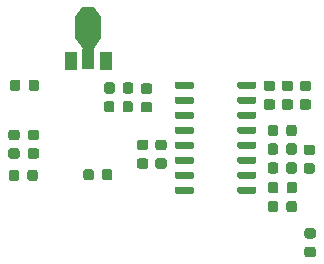
<source format=gtp>
G04 #@! TF.GenerationSoftware,KiCad,Pcbnew,5.0.2-bee76a0~70~ubuntu18.04.1*
G04 #@! TF.CreationDate,2019-12-23T12:33:55+05:30*
G04 #@! TF.ProjectId,pir_v1_0,7069725f-7631-45f3-902e-6b696361645f,rev?*
G04 #@! TF.SameCoordinates,Original*
G04 #@! TF.FileFunction,Paste,Top*
G04 #@! TF.FilePolarity,Positive*
%FSLAX46Y46*%
G04 Gerber Fmt 4.6, Leading zero omitted, Abs format (unit mm)*
G04 Created by KiCad (PCBNEW 5.0.2-bee76a0~70~ubuntu18.04.1) date Mon Dec 23 12:33:55 2019*
%MOMM*%
%LPD*%
G01*
G04 APERTURE LIST*
%ADD10C,0.100000*%
%ADD11C,0.875000*%
%ADD12C,0.550000*%
%ADD13C,0.850000*%
%ADD14R,1.000000X1.500000*%
%ADD15R,1.000000X1.800000*%
%ADD16R,2.200000X1.840000*%
%ADD17C,1.000000*%
G04 APERTURE END LIST*
D10*
G04 #@! TO.C,C1*
G36*
X92577691Y-58126053D02*
X92598926Y-58129203D01*
X92619750Y-58134419D01*
X92639962Y-58141651D01*
X92659368Y-58150830D01*
X92677781Y-58161866D01*
X92695024Y-58174654D01*
X92710930Y-58189070D01*
X92725346Y-58204976D01*
X92738134Y-58222219D01*
X92749170Y-58240632D01*
X92758349Y-58260038D01*
X92765581Y-58280250D01*
X92770797Y-58301074D01*
X92773947Y-58322309D01*
X92775000Y-58343750D01*
X92775000Y-58781250D01*
X92773947Y-58802691D01*
X92770797Y-58823926D01*
X92765581Y-58844750D01*
X92758349Y-58864962D01*
X92749170Y-58884368D01*
X92738134Y-58902781D01*
X92725346Y-58920024D01*
X92710930Y-58935930D01*
X92695024Y-58950346D01*
X92677781Y-58963134D01*
X92659368Y-58974170D01*
X92639962Y-58983349D01*
X92619750Y-58990581D01*
X92598926Y-58995797D01*
X92577691Y-58998947D01*
X92556250Y-59000000D01*
X92043750Y-59000000D01*
X92022309Y-58998947D01*
X92001074Y-58995797D01*
X91980250Y-58990581D01*
X91960038Y-58983349D01*
X91940632Y-58974170D01*
X91922219Y-58963134D01*
X91904976Y-58950346D01*
X91889070Y-58935930D01*
X91874654Y-58920024D01*
X91861866Y-58902781D01*
X91850830Y-58884368D01*
X91841651Y-58864962D01*
X91834419Y-58844750D01*
X91829203Y-58823926D01*
X91826053Y-58802691D01*
X91825000Y-58781250D01*
X91825000Y-58343750D01*
X91826053Y-58322309D01*
X91829203Y-58301074D01*
X91834419Y-58280250D01*
X91841651Y-58260038D01*
X91850830Y-58240632D01*
X91861866Y-58222219D01*
X91874654Y-58204976D01*
X91889070Y-58189070D01*
X91904976Y-58174654D01*
X91922219Y-58161866D01*
X91940632Y-58150830D01*
X91960038Y-58141651D01*
X91980250Y-58134419D01*
X92001074Y-58129203D01*
X92022309Y-58126053D01*
X92043750Y-58125000D01*
X92556250Y-58125000D01*
X92577691Y-58126053D01*
X92577691Y-58126053D01*
G37*
D11*
X92300000Y-58562500D03*
D10*
G36*
X92577691Y-59701053D02*
X92598926Y-59704203D01*
X92619750Y-59709419D01*
X92639962Y-59716651D01*
X92659368Y-59725830D01*
X92677781Y-59736866D01*
X92695024Y-59749654D01*
X92710930Y-59764070D01*
X92725346Y-59779976D01*
X92738134Y-59797219D01*
X92749170Y-59815632D01*
X92758349Y-59835038D01*
X92765581Y-59855250D01*
X92770797Y-59876074D01*
X92773947Y-59897309D01*
X92775000Y-59918750D01*
X92775000Y-60356250D01*
X92773947Y-60377691D01*
X92770797Y-60398926D01*
X92765581Y-60419750D01*
X92758349Y-60439962D01*
X92749170Y-60459368D01*
X92738134Y-60477781D01*
X92725346Y-60495024D01*
X92710930Y-60510930D01*
X92695024Y-60525346D01*
X92677781Y-60538134D01*
X92659368Y-60549170D01*
X92639962Y-60558349D01*
X92619750Y-60565581D01*
X92598926Y-60570797D01*
X92577691Y-60573947D01*
X92556250Y-60575000D01*
X92043750Y-60575000D01*
X92022309Y-60573947D01*
X92001074Y-60570797D01*
X91980250Y-60565581D01*
X91960038Y-60558349D01*
X91940632Y-60549170D01*
X91922219Y-60538134D01*
X91904976Y-60525346D01*
X91889070Y-60510930D01*
X91874654Y-60495024D01*
X91861866Y-60477781D01*
X91850830Y-60459368D01*
X91841651Y-60439962D01*
X91834419Y-60419750D01*
X91829203Y-60398926D01*
X91826053Y-60377691D01*
X91825000Y-60356250D01*
X91825000Y-59918750D01*
X91826053Y-59897309D01*
X91829203Y-59876074D01*
X91834419Y-59855250D01*
X91841651Y-59835038D01*
X91850830Y-59815632D01*
X91861866Y-59797219D01*
X91874654Y-59779976D01*
X91889070Y-59764070D01*
X91904976Y-59749654D01*
X91922219Y-59736866D01*
X91940632Y-59725830D01*
X91960038Y-59716651D01*
X91980250Y-59709419D01*
X92001074Y-59704203D01*
X92022309Y-59701053D01*
X92043750Y-59700000D01*
X92556250Y-59700000D01*
X92577691Y-59701053D01*
X92577691Y-59701053D01*
G37*
D11*
X92300000Y-60137500D03*
G04 #@! TD*
D10*
G04 #@! TO.C,C4*
G36*
X102977691Y-59463553D02*
X102998926Y-59466703D01*
X103019750Y-59471919D01*
X103039962Y-59479151D01*
X103059368Y-59488330D01*
X103077781Y-59499366D01*
X103095024Y-59512154D01*
X103110930Y-59526570D01*
X103125346Y-59542476D01*
X103138134Y-59559719D01*
X103149170Y-59578132D01*
X103158349Y-59597538D01*
X103165581Y-59617750D01*
X103170797Y-59638574D01*
X103173947Y-59659809D01*
X103175000Y-59681250D01*
X103175000Y-60118750D01*
X103173947Y-60140191D01*
X103170797Y-60161426D01*
X103165581Y-60182250D01*
X103158349Y-60202462D01*
X103149170Y-60221868D01*
X103138134Y-60240281D01*
X103125346Y-60257524D01*
X103110930Y-60273430D01*
X103095024Y-60287846D01*
X103077781Y-60300634D01*
X103059368Y-60311670D01*
X103039962Y-60320849D01*
X103019750Y-60328081D01*
X102998926Y-60333297D01*
X102977691Y-60336447D01*
X102956250Y-60337500D01*
X102443750Y-60337500D01*
X102422309Y-60336447D01*
X102401074Y-60333297D01*
X102380250Y-60328081D01*
X102360038Y-60320849D01*
X102340632Y-60311670D01*
X102322219Y-60300634D01*
X102304976Y-60287846D01*
X102289070Y-60273430D01*
X102274654Y-60257524D01*
X102261866Y-60240281D01*
X102250830Y-60221868D01*
X102241651Y-60202462D01*
X102234419Y-60182250D01*
X102229203Y-60161426D01*
X102226053Y-60140191D01*
X102225000Y-60118750D01*
X102225000Y-59681250D01*
X102226053Y-59659809D01*
X102229203Y-59638574D01*
X102234419Y-59617750D01*
X102241651Y-59597538D01*
X102250830Y-59578132D01*
X102261866Y-59559719D01*
X102274654Y-59542476D01*
X102289070Y-59526570D01*
X102304976Y-59512154D01*
X102322219Y-59499366D01*
X102340632Y-59488330D01*
X102360038Y-59479151D01*
X102380250Y-59471919D01*
X102401074Y-59466703D01*
X102422309Y-59463553D01*
X102443750Y-59462500D01*
X102956250Y-59462500D01*
X102977691Y-59463553D01*
X102977691Y-59463553D01*
G37*
D11*
X102700000Y-59900000D03*
D10*
G36*
X102977691Y-57888553D02*
X102998926Y-57891703D01*
X103019750Y-57896919D01*
X103039962Y-57904151D01*
X103059368Y-57913330D01*
X103077781Y-57924366D01*
X103095024Y-57937154D01*
X103110930Y-57951570D01*
X103125346Y-57967476D01*
X103138134Y-57984719D01*
X103149170Y-58003132D01*
X103158349Y-58022538D01*
X103165581Y-58042750D01*
X103170797Y-58063574D01*
X103173947Y-58084809D01*
X103175000Y-58106250D01*
X103175000Y-58543750D01*
X103173947Y-58565191D01*
X103170797Y-58586426D01*
X103165581Y-58607250D01*
X103158349Y-58627462D01*
X103149170Y-58646868D01*
X103138134Y-58665281D01*
X103125346Y-58682524D01*
X103110930Y-58698430D01*
X103095024Y-58712846D01*
X103077781Y-58725634D01*
X103059368Y-58736670D01*
X103039962Y-58745849D01*
X103019750Y-58753081D01*
X102998926Y-58758297D01*
X102977691Y-58761447D01*
X102956250Y-58762500D01*
X102443750Y-58762500D01*
X102422309Y-58761447D01*
X102401074Y-58758297D01*
X102380250Y-58753081D01*
X102360038Y-58745849D01*
X102340632Y-58736670D01*
X102322219Y-58725634D01*
X102304976Y-58712846D01*
X102289070Y-58698430D01*
X102274654Y-58682524D01*
X102261866Y-58665281D01*
X102250830Y-58646868D01*
X102241651Y-58627462D01*
X102234419Y-58607250D01*
X102229203Y-58586426D01*
X102226053Y-58565191D01*
X102225000Y-58543750D01*
X102225000Y-58106250D01*
X102226053Y-58084809D01*
X102229203Y-58063574D01*
X102234419Y-58042750D01*
X102241651Y-58022538D01*
X102250830Y-58003132D01*
X102261866Y-57984719D01*
X102274654Y-57967476D01*
X102289070Y-57951570D01*
X102304976Y-57937154D01*
X102322219Y-57924366D01*
X102340632Y-57913330D01*
X102360038Y-57904151D01*
X102380250Y-57896919D01*
X102401074Y-57891703D01*
X102422309Y-57888553D01*
X102443750Y-57887500D01*
X102956250Y-57887500D01*
X102977691Y-57888553D01*
X102977691Y-57888553D01*
G37*
D11*
X102700000Y-58325000D03*
G04 #@! TD*
D10*
G04 #@! TO.C,C6*
G36*
X106352691Y-63301053D02*
X106373926Y-63304203D01*
X106394750Y-63309419D01*
X106414962Y-63316651D01*
X106434368Y-63325830D01*
X106452781Y-63336866D01*
X106470024Y-63349654D01*
X106485930Y-63364070D01*
X106500346Y-63379976D01*
X106513134Y-63397219D01*
X106524170Y-63415632D01*
X106533349Y-63435038D01*
X106540581Y-63455250D01*
X106545797Y-63476074D01*
X106548947Y-63497309D01*
X106550000Y-63518750D01*
X106550000Y-63956250D01*
X106548947Y-63977691D01*
X106545797Y-63998926D01*
X106540581Y-64019750D01*
X106533349Y-64039962D01*
X106524170Y-64059368D01*
X106513134Y-64077781D01*
X106500346Y-64095024D01*
X106485930Y-64110930D01*
X106470024Y-64125346D01*
X106452781Y-64138134D01*
X106434368Y-64149170D01*
X106414962Y-64158349D01*
X106394750Y-64165581D01*
X106373926Y-64170797D01*
X106352691Y-64173947D01*
X106331250Y-64175000D01*
X105818750Y-64175000D01*
X105797309Y-64173947D01*
X105776074Y-64170797D01*
X105755250Y-64165581D01*
X105735038Y-64158349D01*
X105715632Y-64149170D01*
X105697219Y-64138134D01*
X105679976Y-64125346D01*
X105664070Y-64110930D01*
X105649654Y-64095024D01*
X105636866Y-64077781D01*
X105625830Y-64059368D01*
X105616651Y-64039962D01*
X105609419Y-64019750D01*
X105604203Y-63998926D01*
X105601053Y-63977691D01*
X105600000Y-63956250D01*
X105600000Y-63518750D01*
X105601053Y-63497309D01*
X105604203Y-63476074D01*
X105609419Y-63455250D01*
X105616651Y-63435038D01*
X105625830Y-63415632D01*
X105636866Y-63397219D01*
X105649654Y-63379976D01*
X105664070Y-63364070D01*
X105679976Y-63349654D01*
X105697219Y-63336866D01*
X105715632Y-63325830D01*
X105735038Y-63316651D01*
X105755250Y-63309419D01*
X105776074Y-63304203D01*
X105797309Y-63301053D01*
X105818750Y-63300000D01*
X106331250Y-63300000D01*
X106352691Y-63301053D01*
X106352691Y-63301053D01*
G37*
D11*
X106075000Y-63737500D03*
D10*
G36*
X106352691Y-64876053D02*
X106373926Y-64879203D01*
X106394750Y-64884419D01*
X106414962Y-64891651D01*
X106434368Y-64900830D01*
X106452781Y-64911866D01*
X106470024Y-64924654D01*
X106485930Y-64939070D01*
X106500346Y-64954976D01*
X106513134Y-64972219D01*
X106524170Y-64990632D01*
X106533349Y-65010038D01*
X106540581Y-65030250D01*
X106545797Y-65051074D01*
X106548947Y-65072309D01*
X106550000Y-65093750D01*
X106550000Y-65531250D01*
X106548947Y-65552691D01*
X106545797Y-65573926D01*
X106540581Y-65594750D01*
X106533349Y-65614962D01*
X106524170Y-65634368D01*
X106513134Y-65652781D01*
X106500346Y-65670024D01*
X106485930Y-65685930D01*
X106470024Y-65700346D01*
X106452781Y-65713134D01*
X106434368Y-65724170D01*
X106414962Y-65733349D01*
X106394750Y-65740581D01*
X106373926Y-65745797D01*
X106352691Y-65748947D01*
X106331250Y-65750000D01*
X105818750Y-65750000D01*
X105797309Y-65748947D01*
X105776074Y-65745797D01*
X105755250Y-65740581D01*
X105735038Y-65733349D01*
X105715632Y-65724170D01*
X105697219Y-65713134D01*
X105679976Y-65700346D01*
X105664070Y-65685930D01*
X105649654Y-65670024D01*
X105636866Y-65652781D01*
X105625830Y-65634368D01*
X105616651Y-65614962D01*
X105609419Y-65594750D01*
X105604203Y-65573926D01*
X105601053Y-65552691D01*
X105600000Y-65531250D01*
X105600000Y-65093750D01*
X105601053Y-65072309D01*
X105604203Y-65051074D01*
X105609419Y-65030250D01*
X105616651Y-65010038D01*
X105625830Y-64990632D01*
X105636866Y-64972219D01*
X105649654Y-64954976D01*
X105664070Y-64939070D01*
X105679976Y-64924654D01*
X105697219Y-64911866D01*
X105715632Y-64900830D01*
X105735038Y-64891651D01*
X105755250Y-64884419D01*
X105776074Y-64879203D01*
X105797309Y-64876053D01*
X105818750Y-64875000D01*
X106331250Y-64875000D01*
X106352691Y-64876053D01*
X106352691Y-64876053D01*
G37*
D11*
X106075000Y-65312500D03*
G04 #@! TD*
D10*
G04 #@! TO.C,C7*
G36*
X103240191Y-63201053D02*
X103261426Y-63204203D01*
X103282250Y-63209419D01*
X103302462Y-63216651D01*
X103321868Y-63225830D01*
X103340281Y-63236866D01*
X103357524Y-63249654D01*
X103373430Y-63264070D01*
X103387846Y-63279976D01*
X103400634Y-63297219D01*
X103411670Y-63315632D01*
X103420849Y-63335038D01*
X103428081Y-63355250D01*
X103433297Y-63376074D01*
X103436447Y-63397309D01*
X103437500Y-63418750D01*
X103437500Y-63931250D01*
X103436447Y-63952691D01*
X103433297Y-63973926D01*
X103428081Y-63994750D01*
X103420849Y-64014962D01*
X103411670Y-64034368D01*
X103400634Y-64052781D01*
X103387846Y-64070024D01*
X103373430Y-64085930D01*
X103357524Y-64100346D01*
X103340281Y-64113134D01*
X103321868Y-64124170D01*
X103302462Y-64133349D01*
X103282250Y-64140581D01*
X103261426Y-64145797D01*
X103240191Y-64148947D01*
X103218750Y-64150000D01*
X102781250Y-64150000D01*
X102759809Y-64148947D01*
X102738574Y-64145797D01*
X102717750Y-64140581D01*
X102697538Y-64133349D01*
X102678132Y-64124170D01*
X102659719Y-64113134D01*
X102642476Y-64100346D01*
X102626570Y-64085930D01*
X102612154Y-64070024D01*
X102599366Y-64052781D01*
X102588330Y-64034368D01*
X102579151Y-64014962D01*
X102571919Y-63994750D01*
X102566703Y-63973926D01*
X102563553Y-63952691D01*
X102562500Y-63931250D01*
X102562500Y-63418750D01*
X102563553Y-63397309D01*
X102566703Y-63376074D01*
X102571919Y-63355250D01*
X102579151Y-63335038D01*
X102588330Y-63315632D01*
X102599366Y-63297219D01*
X102612154Y-63279976D01*
X102626570Y-63264070D01*
X102642476Y-63249654D01*
X102659719Y-63236866D01*
X102678132Y-63225830D01*
X102697538Y-63216651D01*
X102717750Y-63209419D01*
X102738574Y-63204203D01*
X102759809Y-63201053D01*
X102781250Y-63200000D01*
X103218750Y-63200000D01*
X103240191Y-63201053D01*
X103240191Y-63201053D01*
G37*
D11*
X103000000Y-63675000D03*
D10*
G36*
X104815191Y-63201053D02*
X104836426Y-63204203D01*
X104857250Y-63209419D01*
X104877462Y-63216651D01*
X104896868Y-63225830D01*
X104915281Y-63236866D01*
X104932524Y-63249654D01*
X104948430Y-63264070D01*
X104962846Y-63279976D01*
X104975634Y-63297219D01*
X104986670Y-63315632D01*
X104995849Y-63335038D01*
X105003081Y-63355250D01*
X105008297Y-63376074D01*
X105011447Y-63397309D01*
X105012500Y-63418750D01*
X105012500Y-63931250D01*
X105011447Y-63952691D01*
X105008297Y-63973926D01*
X105003081Y-63994750D01*
X104995849Y-64014962D01*
X104986670Y-64034368D01*
X104975634Y-64052781D01*
X104962846Y-64070024D01*
X104948430Y-64085930D01*
X104932524Y-64100346D01*
X104915281Y-64113134D01*
X104896868Y-64124170D01*
X104877462Y-64133349D01*
X104857250Y-64140581D01*
X104836426Y-64145797D01*
X104815191Y-64148947D01*
X104793750Y-64150000D01*
X104356250Y-64150000D01*
X104334809Y-64148947D01*
X104313574Y-64145797D01*
X104292750Y-64140581D01*
X104272538Y-64133349D01*
X104253132Y-64124170D01*
X104234719Y-64113134D01*
X104217476Y-64100346D01*
X104201570Y-64085930D01*
X104187154Y-64070024D01*
X104174366Y-64052781D01*
X104163330Y-64034368D01*
X104154151Y-64014962D01*
X104146919Y-63994750D01*
X104141703Y-63973926D01*
X104138553Y-63952691D01*
X104137500Y-63931250D01*
X104137500Y-63418750D01*
X104138553Y-63397309D01*
X104141703Y-63376074D01*
X104146919Y-63355250D01*
X104154151Y-63335038D01*
X104163330Y-63315632D01*
X104174366Y-63297219D01*
X104187154Y-63279976D01*
X104201570Y-63264070D01*
X104217476Y-63249654D01*
X104234719Y-63236866D01*
X104253132Y-63225830D01*
X104272538Y-63216651D01*
X104292750Y-63209419D01*
X104313574Y-63204203D01*
X104334809Y-63201053D01*
X104356250Y-63200000D01*
X104793750Y-63200000D01*
X104815191Y-63201053D01*
X104815191Y-63201053D01*
G37*
D11*
X104575000Y-63675000D03*
G04 #@! TD*
D10*
G04 #@! TO.C,C8*
G36*
X92252691Y-64463553D02*
X92273926Y-64466703D01*
X92294750Y-64471919D01*
X92314962Y-64479151D01*
X92334368Y-64488330D01*
X92352781Y-64499366D01*
X92370024Y-64512154D01*
X92385930Y-64526570D01*
X92400346Y-64542476D01*
X92413134Y-64559719D01*
X92424170Y-64578132D01*
X92433349Y-64597538D01*
X92440581Y-64617750D01*
X92445797Y-64638574D01*
X92448947Y-64659809D01*
X92450000Y-64681250D01*
X92450000Y-65118750D01*
X92448947Y-65140191D01*
X92445797Y-65161426D01*
X92440581Y-65182250D01*
X92433349Y-65202462D01*
X92424170Y-65221868D01*
X92413134Y-65240281D01*
X92400346Y-65257524D01*
X92385930Y-65273430D01*
X92370024Y-65287846D01*
X92352781Y-65300634D01*
X92334368Y-65311670D01*
X92314962Y-65320849D01*
X92294750Y-65328081D01*
X92273926Y-65333297D01*
X92252691Y-65336447D01*
X92231250Y-65337500D01*
X91718750Y-65337500D01*
X91697309Y-65336447D01*
X91676074Y-65333297D01*
X91655250Y-65328081D01*
X91635038Y-65320849D01*
X91615632Y-65311670D01*
X91597219Y-65300634D01*
X91579976Y-65287846D01*
X91564070Y-65273430D01*
X91549654Y-65257524D01*
X91536866Y-65240281D01*
X91525830Y-65221868D01*
X91516651Y-65202462D01*
X91509419Y-65182250D01*
X91504203Y-65161426D01*
X91501053Y-65140191D01*
X91500000Y-65118750D01*
X91500000Y-64681250D01*
X91501053Y-64659809D01*
X91504203Y-64638574D01*
X91509419Y-64617750D01*
X91516651Y-64597538D01*
X91525830Y-64578132D01*
X91536866Y-64559719D01*
X91549654Y-64542476D01*
X91564070Y-64526570D01*
X91579976Y-64512154D01*
X91597219Y-64499366D01*
X91615632Y-64488330D01*
X91635038Y-64479151D01*
X91655250Y-64471919D01*
X91676074Y-64466703D01*
X91697309Y-64463553D01*
X91718750Y-64462500D01*
X92231250Y-64462500D01*
X92252691Y-64463553D01*
X92252691Y-64463553D01*
G37*
D11*
X91975000Y-64900000D03*
D10*
G36*
X92252691Y-62888553D02*
X92273926Y-62891703D01*
X92294750Y-62896919D01*
X92314962Y-62904151D01*
X92334368Y-62913330D01*
X92352781Y-62924366D01*
X92370024Y-62937154D01*
X92385930Y-62951570D01*
X92400346Y-62967476D01*
X92413134Y-62984719D01*
X92424170Y-63003132D01*
X92433349Y-63022538D01*
X92440581Y-63042750D01*
X92445797Y-63063574D01*
X92448947Y-63084809D01*
X92450000Y-63106250D01*
X92450000Y-63543750D01*
X92448947Y-63565191D01*
X92445797Y-63586426D01*
X92440581Y-63607250D01*
X92433349Y-63627462D01*
X92424170Y-63646868D01*
X92413134Y-63665281D01*
X92400346Y-63682524D01*
X92385930Y-63698430D01*
X92370024Y-63712846D01*
X92352781Y-63725634D01*
X92334368Y-63736670D01*
X92314962Y-63745849D01*
X92294750Y-63753081D01*
X92273926Y-63758297D01*
X92252691Y-63761447D01*
X92231250Y-63762500D01*
X91718750Y-63762500D01*
X91697309Y-63761447D01*
X91676074Y-63758297D01*
X91655250Y-63753081D01*
X91635038Y-63745849D01*
X91615632Y-63736670D01*
X91597219Y-63725634D01*
X91579976Y-63712846D01*
X91564070Y-63698430D01*
X91549654Y-63682524D01*
X91536866Y-63665281D01*
X91525830Y-63646868D01*
X91516651Y-63627462D01*
X91509419Y-63607250D01*
X91504203Y-63586426D01*
X91501053Y-63565191D01*
X91500000Y-63543750D01*
X91500000Y-63106250D01*
X91501053Y-63084809D01*
X91504203Y-63063574D01*
X91509419Y-63042750D01*
X91516651Y-63022538D01*
X91525830Y-63003132D01*
X91536866Y-62984719D01*
X91549654Y-62967476D01*
X91564070Y-62951570D01*
X91579976Y-62937154D01*
X91597219Y-62924366D01*
X91615632Y-62913330D01*
X91635038Y-62904151D01*
X91655250Y-62896919D01*
X91676074Y-62891703D01*
X91697309Y-62888553D01*
X91718750Y-62887500D01*
X92231250Y-62887500D01*
X92252691Y-62888553D01*
X92252691Y-62888553D01*
G37*
D11*
X91975000Y-63325000D03*
G04 #@! TD*
D10*
G04 #@! TO.C,C9*
G36*
X87640191Y-65376053D02*
X87661426Y-65379203D01*
X87682250Y-65384419D01*
X87702462Y-65391651D01*
X87721868Y-65400830D01*
X87740281Y-65411866D01*
X87757524Y-65424654D01*
X87773430Y-65439070D01*
X87787846Y-65454976D01*
X87800634Y-65472219D01*
X87811670Y-65490632D01*
X87820849Y-65510038D01*
X87828081Y-65530250D01*
X87833297Y-65551074D01*
X87836447Y-65572309D01*
X87837500Y-65593750D01*
X87837500Y-66106250D01*
X87836447Y-66127691D01*
X87833297Y-66148926D01*
X87828081Y-66169750D01*
X87820849Y-66189962D01*
X87811670Y-66209368D01*
X87800634Y-66227781D01*
X87787846Y-66245024D01*
X87773430Y-66260930D01*
X87757524Y-66275346D01*
X87740281Y-66288134D01*
X87721868Y-66299170D01*
X87702462Y-66308349D01*
X87682250Y-66315581D01*
X87661426Y-66320797D01*
X87640191Y-66323947D01*
X87618750Y-66325000D01*
X87181250Y-66325000D01*
X87159809Y-66323947D01*
X87138574Y-66320797D01*
X87117750Y-66315581D01*
X87097538Y-66308349D01*
X87078132Y-66299170D01*
X87059719Y-66288134D01*
X87042476Y-66275346D01*
X87026570Y-66260930D01*
X87012154Y-66245024D01*
X86999366Y-66227781D01*
X86988330Y-66209368D01*
X86979151Y-66189962D01*
X86971919Y-66169750D01*
X86966703Y-66148926D01*
X86963553Y-66127691D01*
X86962500Y-66106250D01*
X86962500Y-65593750D01*
X86963553Y-65572309D01*
X86966703Y-65551074D01*
X86971919Y-65530250D01*
X86979151Y-65510038D01*
X86988330Y-65490632D01*
X86999366Y-65472219D01*
X87012154Y-65454976D01*
X87026570Y-65439070D01*
X87042476Y-65424654D01*
X87059719Y-65411866D01*
X87078132Y-65400830D01*
X87097538Y-65391651D01*
X87117750Y-65384419D01*
X87138574Y-65379203D01*
X87159809Y-65376053D01*
X87181250Y-65375000D01*
X87618750Y-65375000D01*
X87640191Y-65376053D01*
X87640191Y-65376053D01*
G37*
D11*
X87400000Y-65850000D03*
D10*
G36*
X89215191Y-65376053D02*
X89236426Y-65379203D01*
X89257250Y-65384419D01*
X89277462Y-65391651D01*
X89296868Y-65400830D01*
X89315281Y-65411866D01*
X89332524Y-65424654D01*
X89348430Y-65439070D01*
X89362846Y-65454976D01*
X89375634Y-65472219D01*
X89386670Y-65490632D01*
X89395849Y-65510038D01*
X89403081Y-65530250D01*
X89408297Y-65551074D01*
X89411447Y-65572309D01*
X89412500Y-65593750D01*
X89412500Y-66106250D01*
X89411447Y-66127691D01*
X89408297Y-66148926D01*
X89403081Y-66169750D01*
X89395849Y-66189962D01*
X89386670Y-66209368D01*
X89375634Y-66227781D01*
X89362846Y-66245024D01*
X89348430Y-66260930D01*
X89332524Y-66275346D01*
X89315281Y-66288134D01*
X89296868Y-66299170D01*
X89277462Y-66308349D01*
X89257250Y-66315581D01*
X89236426Y-66320797D01*
X89215191Y-66323947D01*
X89193750Y-66325000D01*
X88756250Y-66325000D01*
X88734809Y-66323947D01*
X88713574Y-66320797D01*
X88692750Y-66315581D01*
X88672538Y-66308349D01*
X88653132Y-66299170D01*
X88634719Y-66288134D01*
X88617476Y-66275346D01*
X88601570Y-66260930D01*
X88587154Y-66245024D01*
X88574366Y-66227781D01*
X88563330Y-66209368D01*
X88554151Y-66189962D01*
X88546919Y-66169750D01*
X88541703Y-66148926D01*
X88538553Y-66127691D01*
X88537500Y-66106250D01*
X88537500Y-65593750D01*
X88538553Y-65572309D01*
X88541703Y-65551074D01*
X88546919Y-65530250D01*
X88554151Y-65510038D01*
X88563330Y-65490632D01*
X88574366Y-65472219D01*
X88587154Y-65454976D01*
X88601570Y-65439070D01*
X88617476Y-65424654D01*
X88634719Y-65411866D01*
X88653132Y-65400830D01*
X88672538Y-65391651D01*
X88692750Y-65384419D01*
X88713574Y-65379203D01*
X88734809Y-65376053D01*
X88756250Y-65375000D01*
X89193750Y-65375000D01*
X89215191Y-65376053D01*
X89215191Y-65376053D01*
G37*
D11*
X88975000Y-65850000D03*
G04 #@! TD*
D10*
G04 #@! TO.C,R1*
G36*
X81352691Y-62038553D02*
X81373926Y-62041703D01*
X81394750Y-62046919D01*
X81414962Y-62054151D01*
X81434368Y-62063330D01*
X81452781Y-62074366D01*
X81470024Y-62087154D01*
X81485930Y-62101570D01*
X81500346Y-62117476D01*
X81513134Y-62134719D01*
X81524170Y-62153132D01*
X81533349Y-62172538D01*
X81540581Y-62192750D01*
X81545797Y-62213574D01*
X81548947Y-62234809D01*
X81550000Y-62256250D01*
X81550000Y-62693750D01*
X81548947Y-62715191D01*
X81545797Y-62736426D01*
X81540581Y-62757250D01*
X81533349Y-62777462D01*
X81524170Y-62796868D01*
X81513134Y-62815281D01*
X81500346Y-62832524D01*
X81485930Y-62848430D01*
X81470024Y-62862846D01*
X81452781Y-62875634D01*
X81434368Y-62886670D01*
X81414962Y-62895849D01*
X81394750Y-62903081D01*
X81373926Y-62908297D01*
X81352691Y-62911447D01*
X81331250Y-62912500D01*
X80818750Y-62912500D01*
X80797309Y-62911447D01*
X80776074Y-62908297D01*
X80755250Y-62903081D01*
X80735038Y-62895849D01*
X80715632Y-62886670D01*
X80697219Y-62875634D01*
X80679976Y-62862846D01*
X80664070Y-62848430D01*
X80649654Y-62832524D01*
X80636866Y-62815281D01*
X80625830Y-62796868D01*
X80616651Y-62777462D01*
X80609419Y-62757250D01*
X80604203Y-62736426D01*
X80601053Y-62715191D01*
X80600000Y-62693750D01*
X80600000Y-62256250D01*
X80601053Y-62234809D01*
X80604203Y-62213574D01*
X80609419Y-62192750D01*
X80616651Y-62172538D01*
X80625830Y-62153132D01*
X80636866Y-62134719D01*
X80649654Y-62117476D01*
X80664070Y-62101570D01*
X80679976Y-62087154D01*
X80697219Y-62074366D01*
X80715632Y-62063330D01*
X80735038Y-62054151D01*
X80755250Y-62046919D01*
X80776074Y-62041703D01*
X80797309Y-62038553D01*
X80818750Y-62037500D01*
X81331250Y-62037500D01*
X81352691Y-62038553D01*
X81352691Y-62038553D01*
G37*
D11*
X81075000Y-62475000D03*
D10*
G36*
X81352691Y-63613553D02*
X81373926Y-63616703D01*
X81394750Y-63621919D01*
X81414962Y-63629151D01*
X81434368Y-63638330D01*
X81452781Y-63649366D01*
X81470024Y-63662154D01*
X81485930Y-63676570D01*
X81500346Y-63692476D01*
X81513134Y-63709719D01*
X81524170Y-63728132D01*
X81533349Y-63747538D01*
X81540581Y-63767750D01*
X81545797Y-63788574D01*
X81548947Y-63809809D01*
X81550000Y-63831250D01*
X81550000Y-64268750D01*
X81548947Y-64290191D01*
X81545797Y-64311426D01*
X81540581Y-64332250D01*
X81533349Y-64352462D01*
X81524170Y-64371868D01*
X81513134Y-64390281D01*
X81500346Y-64407524D01*
X81485930Y-64423430D01*
X81470024Y-64437846D01*
X81452781Y-64450634D01*
X81434368Y-64461670D01*
X81414962Y-64470849D01*
X81394750Y-64478081D01*
X81373926Y-64483297D01*
X81352691Y-64486447D01*
X81331250Y-64487500D01*
X80818750Y-64487500D01*
X80797309Y-64486447D01*
X80776074Y-64483297D01*
X80755250Y-64478081D01*
X80735038Y-64470849D01*
X80715632Y-64461670D01*
X80697219Y-64450634D01*
X80679976Y-64437846D01*
X80664070Y-64423430D01*
X80649654Y-64407524D01*
X80636866Y-64390281D01*
X80625830Y-64371868D01*
X80616651Y-64352462D01*
X80609419Y-64332250D01*
X80604203Y-64311426D01*
X80601053Y-64290191D01*
X80600000Y-64268750D01*
X80600000Y-63831250D01*
X80601053Y-63809809D01*
X80604203Y-63788574D01*
X80609419Y-63767750D01*
X80616651Y-63747538D01*
X80625830Y-63728132D01*
X80636866Y-63709719D01*
X80649654Y-63692476D01*
X80664070Y-63676570D01*
X80679976Y-63662154D01*
X80697219Y-63649366D01*
X80715632Y-63638330D01*
X80735038Y-63629151D01*
X80755250Y-63621919D01*
X80776074Y-63616703D01*
X80797309Y-63613553D01*
X80818750Y-63612500D01*
X81331250Y-63612500D01*
X81352691Y-63613553D01*
X81352691Y-63613553D01*
G37*
D11*
X81075000Y-64050000D03*
G04 #@! TD*
D10*
G04 #@! TO.C,R2*
G36*
X83002691Y-63613553D02*
X83023926Y-63616703D01*
X83044750Y-63621919D01*
X83064962Y-63629151D01*
X83084368Y-63638330D01*
X83102781Y-63649366D01*
X83120024Y-63662154D01*
X83135930Y-63676570D01*
X83150346Y-63692476D01*
X83163134Y-63709719D01*
X83174170Y-63728132D01*
X83183349Y-63747538D01*
X83190581Y-63767750D01*
X83195797Y-63788574D01*
X83198947Y-63809809D01*
X83200000Y-63831250D01*
X83200000Y-64268750D01*
X83198947Y-64290191D01*
X83195797Y-64311426D01*
X83190581Y-64332250D01*
X83183349Y-64352462D01*
X83174170Y-64371868D01*
X83163134Y-64390281D01*
X83150346Y-64407524D01*
X83135930Y-64423430D01*
X83120024Y-64437846D01*
X83102781Y-64450634D01*
X83084368Y-64461670D01*
X83064962Y-64470849D01*
X83044750Y-64478081D01*
X83023926Y-64483297D01*
X83002691Y-64486447D01*
X82981250Y-64487500D01*
X82468750Y-64487500D01*
X82447309Y-64486447D01*
X82426074Y-64483297D01*
X82405250Y-64478081D01*
X82385038Y-64470849D01*
X82365632Y-64461670D01*
X82347219Y-64450634D01*
X82329976Y-64437846D01*
X82314070Y-64423430D01*
X82299654Y-64407524D01*
X82286866Y-64390281D01*
X82275830Y-64371868D01*
X82266651Y-64352462D01*
X82259419Y-64332250D01*
X82254203Y-64311426D01*
X82251053Y-64290191D01*
X82250000Y-64268750D01*
X82250000Y-63831250D01*
X82251053Y-63809809D01*
X82254203Y-63788574D01*
X82259419Y-63767750D01*
X82266651Y-63747538D01*
X82275830Y-63728132D01*
X82286866Y-63709719D01*
X82299654Y-63692476D01*
X82314070Y-63676570D01*
X82329976Y-63662154D01*
X82347219Y-63649366D01*
X82365632Y-63638330D01*
X82385038Y-63629151D01*
X82405250Y-63621919D01*
X82426074Y-63616703D01*
X82447309Y-63613553D01*
X82468750Y-63612500D01*
X82981250Y-63612500D01*
X83002691Y-63613553D01*
X83002691Y-63613553D01*
G37*
D11*
X82725000Y-64050000D03*
D10*
G36*
X83002691Y-62038553D02*
X83023926Y-62041703D01*
X83044750Y-62046919D01*
X83064962Y-62054151D01*
X83084368Y-62063330D01*
X83102781Y-62074366D01*
X83120024Y-62087154D01*
X83135930Y-62101570D01*
X83150346Y-62117476D01*
X83163134Y-62134719D01*
X83174170Y-62153132D01*
X83183349Y-62172538D01*
X83190581Y-62192750D01*
X83195797Y-62213574D01*
X83198947Y-62234809D01*
X83200000Y-62256250D01*
X83200000Y-62693750D01*
X83198947Y-62715191D01*
X83195797Y-62736426D01*
X83190581Y-62757250D01*
X83183349Y-62777462D01*
X83174170Y-62796868D01*
X83163134Y-62815281D01*
X83150346Y-62832524D01*
X83135930Y-62848430D01*
X83120024Y-62862846D01*
X83102781Y-62875634D01*
X83084368Y-62886670D01*
X83064962Y-62895849D01*
X83044750Y-62903081D01*
X83023926Y-62908297D01*
X83002691Y-62911447D01*
X82981250Y-62912500D01*
X82468750Y-62912500D01*
X82447309Y-62911447D01*
X82426074Y-62908297D01*
X82405250Y-62903081D01*
X82385038Y-62895849D01*
X82365632Y-62886670D01*
X82347219Y-62875634D01*
X82329976Y-62862846D01*
X82314070Y-62848430D01*
X82299654Y-62832524D01*
X82286866Y-62815281D01*
X82275830Y-62796868D01*
X82266651Y-62777462D01*
X82259419Y-62757250D01*
X82254203Y-62736426D01*
X82251053Y-62715191D01*
X82250000Y-62693750D01*
X82250000Y-62256250D01*
X82251053Y-62234809D01*
X82254203Y-62213574D01*
X82259419Y-62192750D01*
X82266651Y-62172538D01*
X82275830Y-62153132D01*
X82286866Y-62134719D01*
X82299654Y-62117476D01*
X82314070Y-62101570D01*
X82329976Y-62087154D01*
X82347219Y-62074366D01*
X82365632Y-62063330D01*
X82385038Y-62054151D01*
X82405250Y-62046919D01*
X82426074Y-62041703D01*
X82447309Y-62038553D01*
X82468750Y-62037500D01*
X82981250Y-62037500D01*
X83002691Y-62038553D01*
X83002691Y-62038553D01*
G37*
D11*
X82725000Y-62475000D03*
G04 #@! TD*
D10*
G04 #@! TO.C,R3*
G36*
X90977691Y-58026053D02*
X90998926Y-58029203D01*
X91019750Y-58034419D01*
X91039962Y-58041651D01*
X91059368Y-58050830D01*
X91077781Y-58061866D01*
X91095024Y-58074654D01*
X91110930Y-58089070D01*
X91125346Y-58104976D01*
X91138134Y-58122219D01*
X91149170Y-58140632D01*
X91158349Y-58160038D01*
X91165581Y-58180250D01*
X91170797Y-58201074D01*
X91173947Y-58222309D01*
X91175000Y-58243750D01*
X91175000Y-58756250D01*
X91173947Y-58777691D01*
X91170797Y-58798926D01*
X91165581Y-58819750D01*
X91158349Y-58839962D01*
X91149170Y-58859368D01*
X91138134Y-58877781D01*
X91125346Y-58895024D01*
X91110930Y-58910930D01*
X91095024Y-58925346D01*
X91077781Y-58938134D01*
X91059368Y-58949170D01*
X91039962Y-58958349D01*
X91019750Y-58965581D01*
X90998926Y-58970797D01*
X90977691Y-58973947D01*
X90956250Y-58975000D01*
X90518750Y-58975000D01*
X90497309Y-58973947D01*
X90476074Y-58970797D01*
X90455250Y-58965581D01*
X90435038Y-58958349D01*
X90415632Y-58949170D01*
X90397219Y-58938134D01*
X90379976Y-58925346D01*
X90364070Y-58910930D01*
X90349654Y-58895024D01*
X90336866Y-58877781D01*
X90325830Y-58859368D01*
X90316651Y-58839962D01*
X90309419Y-58819750D01*
X90304203Y-58798926D01*
X90301053Y-58777691D01*
X90300000Y-58756250D01*
X90300000Y-58243750D01*
X90301053Y-58222309D01*
X90304203Y-58201074D01*
X90309419Y-58180250D01*
X90316651Y-58160038D01*
X90325830Y-58140632D01*
X90336866Y-58122219D01*
X90349654Y-58104976D01*
X90364070Y-58089070D01*
X90379976Y-58074654D01*
X90397219Y-58061866D01*
X90415632Y-58050830D01*
X90435038Y-58041651D01*
X90455250Y-58034419D01*
X90476074Y-58029203D01*
X90497309Y-58026053D01*
X90518750Y-58025000D01*
X90956250Y-58025000D01*
X90977691Y-58026053D01*
X90977691Y-58026053D01*
G37*
D11*
X90737500Y-58500000D03*
D10*
G36*
X89402691Y-58026053D02*
X89423926Y-58029203D01*
X89444750Y-58034419D01*
X89464962Y-58041651D01*
X89484368Y-58050830D01*
X89502781Y-58061866D01*
X89520024Y-58074654D01*
X89535930Y-58089070D01*
X89550346Y-58104976D01*
X89563134Y-58122219D01*
X89574170Y-58140632D01*
X89583349Y-58160038D01*
X89590581Y-58180250D01*
X89595797Y-58201074D01*
X89598947Y-58222309D01*
X89600000Y-58243750D01*
X89600000Y-58756250D01*
X89598947Y-58777691D01*
X89595797Y-58798926D01*
X89590581Y-58819750D01*
X89583349Y-58839962D01*
X89574170Y-58859368D01*
X89563134Y-58877781D01*
X89550346Y-58895024D01*
X89535930Y-58910930D01*
X89520024Y-58925346D01*
X89502781Y-58938134D01*
X89484368Y-58949170D01*
X89464962Y-58958349D01*
X89444750Y-58965581D01*
X89423926Y-58970797D01*
X89402691Y-58973947D01*
X89381250Y-58975000D01*
X88943750Y-58975000D01*
X88922309Y-58973947D01*
X88901074Y-58970797D01*
X88880250Y-58965581D01*
X88860038Y-58958349D01*
X88840632Y-58949170D01*
X88822219Y-58938134D01*
X88804976Y-58925346D01*
X88789070Y-58910930D01*
X88774654Y-58895024D01*
X88761866Y-58877781D01*
X88750830Y-58859368D01*
X88741651Y-58839962D01*
X88734419Y-58819750D01*
X88729203Y-58798926D01*
X88726053Y-58777691D01*
X88725000Y-58756250D01*
X88725000Y-58243750D01*
X88726053Y-58222309D01*
X88729203Y-58201074D01*
X88734419Y-58180250D01*
X88741651Y-58160038D01*
X88750830Y-58140632D01*
X88761866Y-58122219D01*
X88774654Y-58104976D01*
X88789070Y-58089070D01*
X88804976Y-58074654D01*
X88822219Y-58061866D01*
X88840632Y-58050830D01*
X88860038Y-58041651D01*
X88880250Y-58034419D01*
X88901074Y-58029203D01*
X88922309Y-58026053D01*
X88943750Y-58025000D01*
X89381250Y-58025000D01*
X89402691Y-58026053D01*
X89402691Y-58026053D01*
G37*
D11*
X89162500Y-58500000D03*
G04 #@! TD*
D10*
G04 #@! TO.C,R4*
G36*
X89377691Y-59626053D02*
X89398926Y-59629203D01*
X89419750Y-59634419D01*
X89439962Y-59641651D01*
X89459368Y-59650830D01*
X89477781Y-59661866D01*
X89495024Y-59674654D01*
X89510930Y-59689070D01*
X89525346Y-59704976D01*
X89538134Y-59722219D01*
X89549170Y-59740632D01*
X89558349Y-59760038D01*
X89565581Y-59780250D01*
X89570797Y-59801074D01*
X89573947Y-59822309D01*
X89575000Y-59843750D01*
X89575000Y-60356250D01*
X89573947Y-60377691D01*
X89570797Y-60398926D01*
X89565581Y-60419750D01*
X89558349Y-60439962D01*
X89549170Y-60459368D01*
X89538134Y-60477781D01*
X89525346Y-60495024D01*
X89510930Y-60510930D01*
X89495024Y-60525346D01*
X89477781Y-60538134D01*
X89459368Y-60549170D01*
X89439962Y-60558349D01*
X89419750Y-60565581D01*
X89398926Y-60570797D01*
X89377691Y-60573947D01*
X89356250Y-60575000D01*
X88918750Y-60575000D01*
X88897309Y-60573947D01*
X88876074Y-60570797D01*
X88855250Y-60565581D01*
X88835038Y-60558349D01*
X88815632Y-60549170D01*
X88797219Y-60538134D01*
X88779976Y-60525346D01*
X88764070Y-60510930D01*
X88749654Y-60495024D01*
X88736866Y-60477781D01*
X88725830Y-60459368D01*
X88716651Y-60439962D01*
X88709419Y-60419750D01*
X88704203Y-60398926D01*
X88701053Y-60377691D01*
X88700000Y-60356250D01*
X88700000Y-59843750D01*
X88701053Y-59822309D01*
X88704203Y-59801074D01*
X88709419Y-59780250D01*
X88716651Y-59760038D01*
X88725830Y-59740632D01*
X88736866Y-59722219D01*
X88749654Y-59704976D01*
X88764070Y-59689070D01*
X88779976Y-59674654D01*
X88797219Y-59661866D01*
X88815632Y-59650830D01*
X88835038Y-59641651D01*
X88855250Y-59634419D01*
X88876074Y-59629203D01*
X88897309Y-59626053D01*
X88918750Y-59625000D01*
X89356250Y-59625000D01*
X89377691Y-59626053D01*
X89377691Y-59626053D01*
G37*
D11*
X89137500Y-60100000D03*
D10*
G36*
X90952691Y-59626053D02*
X90973926Y-59629203D01*
X90994750Y-59634419D01*
X91014962Y-59641651D01*
X91034368Y-59650830D01*
X91052781Y-59661866D01*
X91070024Y-59674654D01*
X91085930Y-59689070D01*
X91100346Y-59704976D01*
X91113134Y-59722219D01*
X91124170Y-59740632D01*
X91133349Y-59760038D01*
X91140581Y-59780250D01*
X91145797Y-59801074D01*
X91148947Y-59822309D01*
X91150000Y-59843750D01*
X91150000Y-60356250D01*
X91148947Y-60377691D01*
X91145797Y-60398926D01*
X91140581Y-60419750D01*
X91133349Y-60439962D01*
X91124170Y-60459368D01*
X91113134Y-60477781D01*
X91100346Y-60495024D01*
X91085930Y-60510930D01*
X91070024Y-60525346D01*
X91052781Y-60538134D01*
X91034368Y-60549170D01*
X91014962Y-60558349D01*
X90994750Y-60565581D01*
X90973926Y-60570797D01*
X90952691Y-60573947D01*
X90931250Y-60575000D01*
X90493750Y-60575000D01*
X90472309Y-60573947D01*
X90451074Y-60570797D01*
X90430250Y-60565581D01*
X90410038Y-60558349D01*
X90390632Y-60549170D01*
X90372219Y-60538134D01*
X90354976Y-60525346D01*
X90339070Y-60510930D01*
X90324654Y-60495024D01*
X90311866Y-60477781D01*
X90300830Y-60459368D01*
X90291651Y-60439962D01*
X90284419Y-60419750D01*
X90279203Y-60398926D01*
X90276053Y-60377691D01*
X90275000Y-60356250D01*
X90275000Y-59843750D01*
X90276053Y-59822309D01*
X90279203Y-59801074D01*
X90284419Y-59780250D01*
X90291651Y-59760038D01*
X90300830Y-59740632D01*
X90311866Y-59722219D01*
X90324654Y-59704976D01*
X90339070Y-59689070D01*
X90354976Y-59674654D01*
X90372219Y-59661866D01*
X90390632Y-59650830D01*
X90410038Y-59641651D01*
X90430250Y-59634419D01*
X90451074Y-59629203D01*
X90472309Y-59626053D01*
X90493750Y-59625000D01*
X90931250Y-59625000D01*
X90952691Y-59626053D01*
X90952691Y-59626053D01*
G37*
D11*
X90712500Y-60100000D03*
G04 #@! TD*
D10*
G04 #@! TO.C,R7*
G36*
X104840191Y-66476053D02*
X104861426Y-66479203D01*
X104882250Y-66484419D01*
X104902462Y-66491651D01*
X104921868Y-66500830D01*
X104940281Y-66511866D01*
X104957524Y-66524654D01*
X104973430Y-66539070D01*
X104987846Y-66554976D01*
X105000634Y-66572219D01*
X105011670Y-66590632D01*
X105020849Y-66610038D01*
X105028081Y-66630250D01*
X105033297Y-66651074D01*
X105036447Y-66672309D01*
X105037500Y-66693750D01*
X105037500Y-67206250D01*
X105036447Y-67227691D01*
X105033297Y-67248926D01*
X105028081Y-67269750D01*
X105020849Y-67289962D01*
X105011670Y-67309368D01*
X105000634Y-67327781D01*
X104987846Y-67345024D01*
X104973430Y-67360930D01*
X104957524Y-67375346D01*
X104940281Y-67388134D01*
X104921868Y-67399170D01*
X104902462Y-67408349D01*
X104882250Y-67415581D01*
X104861426Y-67420797D01*
X104840191Y-67423947D01*
X104818750Y-67425000D01*
X104381250Y-67425000D01*
X104359809Y-67423947D01*
X104338574Y-67420797D01*
X104317750Y-67415581D01*
X104297538Y-67408349D01*
X104278132Y-67399170D01*
X104259719Y-67388134D01*
X104242476Y-67375346D01*
X104226570Y-67360930D01*
X104212154Y-67345024D01*
X104199366Y-67327781D01*
X104188330Y-67309368D01*
X104179151Y-67289962D01*
X104171919Y-67269750D01*
X104166703Y-67248926D01*
X104163553Y-67227691D01*
X104162500Y-67206250D01*
X104162500Y-66693750D01*
X104163553Y-66672309D01*
X104166703Y-66651074D01*
X104171919Y-66630250D01*
X104179151Y-66610038D01*
X104188330Y-66590632D01*
X104199366Y-66572219D01*
X104212154Y-66554976D01*
X104226570Y-66539070D01*
X104242476Y-66524654D01*
X104259719Y-66511866D01*
X104278132Y-66500830D01*
X104297538Y-66491651D01*
X104317750Y-66484419D01*
X104338574Y-66479203D01*
X104359809Y-66476053D01*
X104381250Y-66475000D01*
X104818750Y-66475000D01*
X104840191Y-66476053D01*
X104840191Y-66476053D01*
G37*
D11*
X104600000Y-66950000D03*
D10*
G36*
X103265191Y-66476053D02*
X103286426Y-66479203D01*
X103307250Y-66484419D01*
X103327462Y-66491651D01*
X103346868Y-66500830D01*
X103365281Y-66511866D01*
X103382524Y-66524654D01*
X103398430Y-66539070D01*
X103412846Y-66554976D01*
X103425634Y-66572219D01*
X103436670Y-66590632D01*
X103445849Y-66610038D01*
X103453081Y-66630250D01*
X103458297Y-66651074D01*
X103461447Y-66672309D01*
X103462500Y-66693750D01*
X103462500Y-67206250D01*
X103461447Y-67227691D01*
X103458297Y-67248926D01*
X103453081Y-67269750D01*
X103445849Y-67289962D01*
X103436670Y-67309368D01*
X103425634Y-67327781D01*
X103412846Y-67345024D01*
X103398430Y-67360930D01*
X103382524Y-67375346D01*
X103365281Y-67388134D01*
X103346868Y-67399170D01*
X103327462Y-67408349D01*
X103307250Y-67415581D01*
X103286426Y-67420797D01*
X103265191Y-67423947D01*
X103243750Y-67425000D01*
X102806250Y-67425000D01*
X102784809Y-67423947D01*
X102763574Y-67420797D01*
X102742750Y-67415581D01*
X102722538Y-67408349D01*
X102703132Y-67399170D01*
X102684719Y-67388134D01*
X102667476Y-67375346D01*
X102651570Y-67360930D01*
X102637154Y-67345024D01*
X102624366Y-67327781D01*
X102613330Y-67309368D01*
X102604151Y-67289962D01*
X102596919Y-67269750D01*
X102591703Y-67248926D01*
X102588553Y-67227691D01*
X102587500Y-67206250D01*
X102587500Y-66693750D01*
X102588553Y-66672309D01*
X102591703Y-66651074D01*
X102596919Y-66630250D01*
X102604151Y-66610038D01*
X102613330Y-66590632D01*
X102624366Y-66572219D01*
X102637154Y-66554976D01*
X102651570Y-66539070D01*
X102667476Y-66524654D01*
X102684719Y-66511866D01*
X102703132Y-66500830D01*
X102722538Y-66491651D01*
X102742750Y-66484419D01*
X102763574Y-66479203D01*
X102784809Y-66476053D01*
X102806250Y-66475000D01*
X103243750Y-66475000D01*
X103265191Y-66476053D01*
X103265191Y-66476053D01*
G37*
D11*
X103025000Y-66950000D03*
G04 #@! TD*
D10*
G04 #@! TO.C,R8*
G36*
X106027691Y-57888553D02*
X106048926Y-57891703D01*
X106069750Y-57896919D01*
X106089962Y-57904151D01*
X106109368Y-57913330D01*
X106127781Y-57924366D01*
X106145024Y-57937154D01*
X106160930Y-57951570D01*
X106175346Y-57967476D01*
X106188134Y-57984719D01*
X106199170Y-58003132D01*
X106208349Y-58022538D01*
X106215581Y-58042750D01*
X106220797Y-58063574D01*
X106223947Y-58084809D01*
X106225000Y-58106250D01*
X106225000Y-58543750D01*
X106223947Y-58565191D01*
X106220797Y-58586426D01*
X106215581Y-58607250D01*
X106208349Y-58627462D01*
X106199170Y-58646868D01*
X106188134Y-58665281D01*
X106175346Y-58682524D01*
X106160930Y-58698430D01*
X106145024Y-58712846D01*
X106127781Y-58725634D01*
X106109368Y-58736670D01*
X106089962Y-58745849D01*
X106069750Y-58753081D01*
X106048926Y-58758297D01*
X106027691Y-58761447D01*
X106006250Y-58762500D01*
X105493750Y-58762500D01*
X105472309Y-58761447D01*
X105451074Y-58758297D01*
X105430250Y-58753081D01*
X105410038Y-58745849D01*
X105390632Y-58736670D01*
X105372219Y-58725634D01*
X105354976Y-58712846D01*
X105339070Y-58698430D01*
X105324654Y-58682524D01*
X105311866Y-58665281D01*
X105300830Y-58646868D01*
X105291651Y-58627462D01*
X105284419Y-58607250D01*
X105279203Y-58586426D01*
X105276053Y-58565191D01*
X105275000Y-58543750D01*
X105275000Y-58106250D01*
X105276053Y-58084809D01*
X105279203Y-58063574D01*
X105284419Y-58042750D01*
X105291651Y-58022538D01*
X105300830Y-58003132D01*
X105311866Y-57984719D01*
X105324654Y-57967476D01*
X105339070Y-57951570D01*
X105354976Y-57937154D01*
X105372219Y-57924366D01*
X105390632Y-57913330D01*
X105410038Y-57904151D01*
X105430250Y-57896919D01*
X105451074Y-57891703D01*
X105472309Y-57888553D01*
X105493750Y-57887500D01*
X106006250Y-57887500D01*
X106027691Y-57888553D01*
X106027691Y-57888553D01*
G37*
D11*
X105750000Y-58325000D03*
D10*
G36*
X106027691Y-59463553D02*
X106048926Y-59466703D01*
X106069750Y-59471919D01*
X106089962Y-59479151D01*
X106109368Y-59488330D01*
X106127781Y-59499366D01*
X106145024Y-59512154D01*
X106160930Y-59526570D01*
X106175346Y-59542476D01*
X106188134Y-59559719D01*
X106199170Y-59578132D01*
X106208349Y-59597538D01*
X106215581Y-59617750D01*
X106220797Y-59638574D01*
X106223947Y-59659809D01*
X106225000Y-59681250D01*
X106225000Y-60118750D01*
X106223947Y-60140191D01*
X106220797Y-60161426D01*
X106215581Y-60182250D01*
X106208349Y-60202462D01*
X106199170Y-60221868D01*
X106188134Y-60240281D01*
X106175346Y-60257524D01*
X106160930Y-60273430D01*
X106145024Y-60287846D01*
X106127781Y-60300634D01*
X106109368Y-60311670D01*
X106089962Y-60320849D01*
X106069750Y-60328081D01*
X106048926Y-60333297D01*
X106027691Y-60336447D01*
X106006250Y-60337500D01*
X105493750Y-60337500D01*
X105472309Y-60336447D01*
X105451074Y-60333297D01*
X105430250Y-60328081D01*
X105410038Y-60320849D01*
X105390632Y-60311670D01*
X105372219Y-60300634D01*
X105354976Y-60287846D01*
X105339070Y-60273430D01*
X105324654Y-60257524D01*
X105311866Y-60240281D01*
X105300830Y-60221868D01*
X105291651Y-60202462D01*
X105284419Y-60182250D01*
X105279203Y-60161426D01*
X105276053Y-60140191D01*
X105275000Y-60118750D01*
X105275000Y-59681250D01*
X105276053Y-59659809D01*
X105279203Y-59638574D01*
X105284419Y-59617750D01*
X105291651Y-59597538D01*
X105300830Y-59578132D01*
X105311866Y-59559719D01*
X105324654Y-59542476D01*
X105339070Y-59526570D01*
X105354976Y-59512154D01*
X105372219Y-59499366D01*
X105390632Y-59488330D01*
X105410038Y-59479151D01*
X105430250Y-59471919D01*
X105451074Y-59466703D01*
X105472309Y-59463553D01*
X105493750Y-59462500D01*
X106006250Y-59462500D01*
X106027691Y-59463553D01*
X106027691Y-59463553D01*
G37*
D11*
X105750000Y-59900000D03*
G04 #@! TD*
D10*
G04 #@! TO.C,R9*
G36*
X104502691Y-57888553D02*
X104523926Y-57891703D01*
X104544750Y-57896919D01*
X104564962Y-57904151D01*
X104584368Y-57913330D01*
X104602781Y-57924366D01*
X104620024Y-57937154D01*
X104635930Y-57951570D01*
X104650346Y-57967476D01*
X104663134Y-57984719D01*
X104674170Y-58003132D01*
X104683349Y-58022538D01*
X104690581Y-58042750D01*
X104695797Y-58063574D01*
X104698947Y-58084809D01*
X104700000Y-58106250D01*
X104700000Y-58543750D01*
X104698947Y-58565191D01*
X104695797Y-58586426D01*
X104690581Y-58607250D01*
X104683349Y-58627462D01*
X104674170Y-58646868D01*
X104663134Y-58665281D01*
X104650346Y-58682524D01*
X104635930Y-58698430D01*
X104620024Y-58712846D01*
X104602781Y-58725634D01*
X104584368Y-58736670D01*
X104564962Y-58745849D01*
X104544750Y-58753081D01*
X104523926Y-58758297D01*
X104502691Y-58761447D01*
X104481250Y-58762500D01*
X103968750Y-58762500D01*
X103947309Y-58761447D01*
X103926074Y-58758297D01*
X103905250Y-58753081D01*
X103885038Y-58745849D01*
X103865632Y-58736670D01*
X103847219Y-58725634D01*
X103829976Y-58712846D01*
X103814070Y-58698430D01*
X103799654Y-58682524D01*
X103786866Y-58665281D01*
X103775830Y-58646868D01*
X103766651Y-58627462D01*
X103759419Y-58607250D01*
X103754203Y-58586426D01*
X103751053Y-58565191D01*
X103750000Y-58543750D01*
X103750000Y-58106250D01*
X103751053Y-58084809D01*
X103754203Y-58063574D01*
X103759419Y-58042750D01*
X103766651Y-58022538D01*
X103775830Y-58003132D01*
X103786866Y-57984719D01*
X103799654Y-57967476D01*
X103814070Y-57951570D01*
X103829976Y-57937154D01*
X103847219Y-57924366D01*
X103865632Y-57913330D01*
X103885038Y-57904151D01*
X103905250Y-57896919D01*
X103926074Y-57891703D01*
X103947309Y-57888553D01*
X103968750Y-57887500D01*
X104481250Y-57887500D01*
X104502691Y-57888553D01*
X104502691Y-57888553D01*
G37*
D11*
X104225000Y-58325000D03*
D10*
G36*
X104502691Y-59463553D02*
X104523926Y-59466703D01*
X104544750Y-59471919D01*
X104564962Y-59479151D01*
X104584368Y-59488330D01*
X104602781Y-59499366D01*
X104620024Y-59512154D01*
X104635930Y-59526570D01*
X104650346Y-59542476D01*
X104663134Y-59559719D01*
X104674170Y-59578132D01*
X104683349Y-59597538D01*
X104690581Y-59617750D01*
X104695797Y-59638574D01*
X104698947Y-59659809D01*
X104700000Y-59681250D01*
X104700000Y-60118750D01*
X104698947Y-60140191D01*
X104695797Y-60161426D01*
X104690581Y-60182250D01*
X104683349Y-60202462D01*
X104674170Y-60221868D01*
X104663134Y-60240281D01*
X104650346Y-60257524D01*
X104635930Y-60273430D01*
X104620024Y-60287846D01*
X104602781Y-60300634D01*
X104584368Y-60311670D01*
X104564962Y-60320849D01*
X104544750Y-60328081D01*
X104523926Y-60333297D01*
X104502691Y-60336447D01*
X104481250Y-60337500D01*
X103968750Y-60337500D01*
X103947309Y-60336447D01*
X103926074Y-60333297D01*
X103905250Y-60328081D01*
X103885038Y-60320849D01*
X103865632Y-60311670D01*
X103847219Y-60300634D01*
X103829976Y-60287846D01*
X103814070Y-60273430D01*
X103799654Y-60257524D01*
X103786866Y-60240281D01*
X103775830Y-60221868D01*
X103766651Y-60202462D01*
X103759419Y-60182250D01*
X103754203Y-60161426D01*
X103751053Y-60140191D01*
X103750000Y-60118750D01*
X103750000Y-59681250D01*
X103751053Y-59659809D01*
X103754203Y-59638574D01*
X103759419Y-59617750D01*
X103766651Y-59597538D01*
X103775830Y-59578132D01*
X103786866Y-59559719D01*
X103799654Y-59542476D01*
X103814070Y-59526570D01*
X103829976Y-59512154D01*
X103847219Y-59499366D01*
X103865632Y-59488330D01*
X103885038Y-59479151D01*
X103905250Y-59471919D01*
X103926074Y-59466703D01*
X103947309Y-59463553D01*
X103968750Y-59462500D01*
X104481250Y-59462500D01*
X104502691Y-59463553D01*
X104502691Y-59463553D01*
G37*
D11*
X104225000Y-59900000D03*
G04 #@! TD*
D10*
G04 #@! TO.C,R10*
G36*
X103240191Y-64801053D02*
X103261426Y-64804203D01*
X103282250Y-64809419D01*
X103302462Y-64816651D01*
X103321868Y-64825830D01*
X103340281Y-64836866D01*
X103357524Y-64849654D01*
X103373430Y-64864070D01*
X103387846Y-64879976D01*
X103400634Y-64897219D01*
X103411670Y-64915632D01*
X103420849Y-64935038D01*
X103428081Y-64955250D01*
X103433297Y-64976074D01*
X103436447Y-64997309D01*
X103437500Y-65018750D01*
X103437500Y-65531250D01*
X103436447Y-65552691D01*
X103433297Y-65573926D01*
X103428081Y-65594750D01*
X103420849Y-65614962D01*
X103411670Y-65634368D01*
X103400634Y-65652781D01*
X103387846Y-65670024D01*
X103373430Y-65685930D01*
X103357524Y-65700346D01*
X103340281Y-65713134D01*
X103321868Y-65724170D01*
X103302462Y-65733349D01*
X103282250Y-65740581D01*
X103261426Y-65745797D01*
X103240191Y-65748947D01*
X103218750Y-65750000D01*
X102781250Y-65750000D01*
X102759809Y-65748947D01*
X102738574Y-65745797D01*
X102717750Y-65740581D01*
X102697538Y-65733349D01*
X102678132Y-65724170D01*
X102659719Y-65713134D01*
X102642476Y-65700346D01*
X102626570Y-65685930D01*
X102612154Y-65670024D01*
X102599366Y-65652781D01*
X102588330Y-65634368D01*
X102579151Y-65614962D01*
X102571919Y-65594750D01*
X102566703Y-65573926D01*
X102563553Y-65552691D01*
X102562500Y-65531250D01*
X102562500Y-65018750D01*
X102563553Y-64997309D01*
X102566703Y-64976074D01*
X102571919Y-64955250D01*
X102579151Y-64935038D01*
X102588330Y-64915632D01*
X102599366Y-64897219D01*
X102612154Y-64879976D01*
X102626570Y-64864070D01*
X102642476Y-64849654D01*
X102659719Y-64836866D01*
X102678132Y-64825830D01*
X102697538Y-64816651D01*
X102717750Y-64809419D01*
X102738574Y-64804203D01*
X102759809Y-64801053D01*
X102781250Y-64800000D01*
X103218750Y-64800000D01*
X103240191Y-64801053D01*
X103240191Y-64801053D01*
G37*
D11*
X103000000Y-65275000D03*
D10*
G36*
X104815191Y-64801053D02*
X104836426Y-64804203D01*
X104857250Y-64809419D01*
X104877462Y-64816651D01*
X104896868Y-64825830D01*
X104915281Y-64836866D01*
X104932524Y-64849654D01*
X104948430Y-64864070D01*
X104962846Y-64879976D01*
X104975634Y-64897219D01*
X104986670Y-64915632D01*
X104995849Y-64935038D01*
X105003081Y-64955250D01*
X105008297Y-64976074D01*
X105011447Y-64997309D01*
X105012500Y-65018750D01*
X105012500Y-65531250D01*
X105011447Y-65552691D01*
X105008297Y-65573926D01*
X105003081Y-65594750D01*
X104995849Y-65614962D01*
X104986670Y-65634368D01*
X104975634Y-65652781D01*
X104962846Y-65670024D01*
X104948430Y-65685930D01*
X104932524Y-65700346D01*
X104915281Y-65713134D01*
X104896868Y-65724170D01*
X104877462Y-65733349D01*
X104857250Y-65740581D01*
X104836426Y-65745797D01*
X104815191Y-65748947D01*
X104793750Y-65750000D01*
X104356250Y-65750000D01*
X104334809Y-65748947D01*
X104313574Y-65745797D01*
X104292750Y-65740581D01*
X104272538Y-65733349D01*
X104253132Y-65724170D01*
X104234719Y-65713134D01*
X104217476Y-65700346D01*
X104201570Y-65685930D01*
X104187154Y-65670024D01*
X104174366Y-65652781D01*
X104163330Y-65634368D01*
X104154151Y-65614962D01*
X104146919Y-65594750D01*
X104141703Y-65573926D01*
X104138553Y-65552691D01*
X104137500Y-65531250D01*
X104137500Y-65018750D01*
X104138553Y-64997309D01*
X104141703Y-64976074D01*
X104146919Y-64955250D01*
X104154151Y-64935038D01*
X104163330Y-64915632D01*
X104174366Y-64897219D01*
X104187154Y-64879976D01*
X104201570Y-64864070D01*
X104217476Y-64849654D01*
X104234719Y-64836866D01*
X104253132Y-64825830D01*
X104272538Y-64816651D01*
X104292750Y-64809419D01*
X104313574Y-64804203D01*
X104334809Y-64801053D01*
X104356250Y-64800000D01*
X104793750Y-64800000D01*
X104815191Y-64801053D01*
X104815191Y-64801053D01*
G37*
D11*
X104575000Y-65275000D03*
G04 #@! TD*
D10*
G04 #@! TO.C,R11*
G36*
X106427691Y-70376053D02*
X106448926Y-70379203D01*
X106469750Y-70384419D01*
X106489962Y-70391651D01*
X106509368Y-70400830D01*
X106527781Y-70411866D01*
X106545024Y-70424654D01*
X106560930Y-70439070D01*
X106575346Y-70454976D01*
X106588134Y-70472219D01*
X106599170Y-70490632D01*
X106608349Y-70510038D01*
X106615581Y-70530250D01*
X106620797Y-70551074D01*
X106623947Y-70572309D01*
X106625000Y-70593750D01*
X106625000Y-71031250D01*
X106623947Y-71052691D01*
X106620797Y-71073926D01*
X106615581Y-71094750D01*
X106608349Y-71114962D01*
X106599170Y-71134368D01*
X106588134Y-71152781D01*
X106575346Y-71170024D01*
X106560930Y-71185930D01*
X106545024Y-71200346D01*
X106527781Y-71213134D01*
X106509368Y-71224170D01*
X106489962Y-71233349D01*
X106469750Y-71240581D01*
X106448926Y-71245797D01*
X106427691Y-71248947D01*
X106406250Y-71250000D01*
X105893750Y-71250000D01*
X105872309Y-71248947D01*
X105851074Y-71245797D01*
X105830250Y-71240581D01*
X105810038Y-71233349D01*
X105790632Y-71224170D01*
X105772219Y-71213134D01*
X105754976Y-71200346D01*
X105739070Y-71185930D01*
X105724654Y-71170024D01*
X105711866Y-71152781D01*
X105700830Y-71134368D01*
X105691651Y-71114962D01*
X105684419Y-71094750D01*
X105679203Y-71073926D01*
X105676053Y-71052691D01*
X105675000Y-71031250D01*
X105675000Y-70593750D01*
X105676053Y-70572309D01*
X105679203Y-70551074D01*
X105684419Y-70530250D01*
X105691651Y-70510038D01*
X105700830Y-70490632D01*
X105711866Y-70472219D01*
X105724654Y-70454976D01*
X105739070Y-70439070D01*
X105754976Y-70424654D01*
X105772219Y-70411866D01*
X105790632Y-70400830D01*
X105810038Y-70391651D01*
X105830250Y-70384419D01*
X105851074Y-70379203D01*
X105872309Y-70376053D01*
X105893750Y-70375000D01*
X106406250Y-70375000D01*
X106427691Y-70376053D01*
X106427691Y-70376053D01*
G37*
D11*
X106150000Y-70812500D03*
D10*
G36*
X106427691Y-71951053D02*
X106448926Y-71954203D01*
X106469750Y-71959419D01*
X106489962Y-71966651D01*
X106509368Y-71975830D01*
X106527781Y-71986866D01*
X106545024Y-71999654D01*
X106560930Y-72014070D01*
X106575346Y-72029976D01*
X106588134Y-72047219D01*
X106599170Y-72065632D01*
X106608349Y-72085038D01*
X106615581Y-72105250D01*
X106620797Y-72126074D01*
X106623947Y-72147309D01*
X106625000Y-72168750D01*
X106625000Y-72606250D01*
X106623947Y-72627691D01*
X106620797Y-72648926D01*
X106615581Y-72669750D01*
X106608349Y-72689962D01*
X106599170Y-72709368D01*
X106588134Y-72727781D01*
X106575346Y-72745024D01*
X106560930Y-72760930D01*
X106545024Y-72775346D01*
X106527781Y-72788134D01*
X106509368Y-72799170D01*
X106489962Y-72808349D01*
X106469750Y-72815581D01*
X106448926Y-72820797D01*
X106427691Y-72823947D01*
X106406250Y-72825000D01*
X105893750Y-72825000D01*
X105872309Y-72823947D01*
X105851074Y-72820797D01*
X105830250Y-72815581D01*
X105810038Y-72808349D01*
X105790632Y-72799170D01*
X105772219Y-72788134D01*
X105754976Y-72775346D01*
X105739070Y-72760930D01*
X105724654Y-72745024D01*
X105711866Y-72727781D01*
X105700830Y-72709368D01*
X105691651Y-72689962D01*
X105684419Y-72669750D01*
X105679203Y-72648926D01*
X105676053Y-72627691D01*
X105675000Y-72606250D01*
X105675000Y-72168750D01*
X105676053Y-72147309D01*
X105679203Y-72126074D01*
X105684419Y-72105250D01*
X105691651Y-72085038D01*
X105700830Y-72065632D01*
X105711866Y-72047219D01*
X105724654Y-72029976D01*
X105739070Y-72014070D01*
X105754976Y-71999654D01*
X105772219Y-71986866D01*
X105790632Y-71975830D01*
X105810038Y-71966651D01*
X105830250Y-71959419D01*
X105851074Y-71954203D01*
X105872309Y-71951053D01*
X105893750Y-71950000D01*
X106406250Y-71950000D01*
X106427691Y-71951053D01*
X106427691Y-71951053D01*
G37*
D11*
X106150000Y-72387500D03*
G04 #@! TD*
D10*
G04 #@! TO.C,R12*
G36*
X104815191Y-61626053D02*
X104836426Y-61629203D01*
X104857250Y-61634419D01*
X104877462Y-61641651D01*
X104896868Y-61650830D01*
X104915281Y-61661866D01*
X104932524Y-61674654D01*
X104948430Y-61689070D01*
X104962846Y-61704976D01*
X104975634Y-61722219D01*
X104986670Y-61740632D01*
X104995849Y-61760038D01*
X105003081Y-61780250D01*
X105008297Y-61801074D01*
X105011447Y-61822309D01*
X105012500Y-61843750D01*
X105012500Y-62356250D01*
X105011447Y-62377691D01*
X105008297Y-62398926D01*
X105003081Y-62419750D01*
X104995849Y-62439962D01*
X104986670Y-62459368D01*
X104975634Y-62477781D01*
X104962846Y-62495024D01*
X104948430Y-62510930D01*
X104932524Y-62525346D01*
X104915281Y-62538134D01*
X104896868Y-62549170D01*
X104877462Y-62558349D01*
X104857250Y-62565581D01*
X104836426Y-62570797D01*
X104815191Y-62573947D01*
X104793750Y-62575000D01*
X104356250Y-62575000D01*
X104334809Y-62573947D01*
X104313574Y-62570797D01*
X104292750Y-62565581D01*
X104272538Y-62558349D01*
X104253132Y-62549170D01*
X104234719Y-62538134D01*
X104217476Y-62525346D01*
X104201570Y-62510930D01*
X104187154Y-62495024D01*
X104174366Y-62477781D01*
X104163330Y-62459368D01*
X104154151Y-62439962D01*
X104146919Y-62419750D01*
X104141703Y-62398926D01*
X104138553Y-62377691D01*
X104137500Y-62356250D01*
X104137500Y-61843750D01*
X104138553Y-61822309D01*
X104141703Y-61801074D01*
X104146919Y-61780250D01*
X104154151Y-61760038D01*
X104163330Y-61740632D01*
X104174366Y-61722219D01*
X104187154Y-61704976D01*
X104201570Y-61689070D01*
X104217476Y-61674654D01*
X104234719Y-61661866D01*
X104253132Y-61650830D01*
X104272538Y-61641651D01*
X104292750Y-61634419D01*
X104313574Y-61629203D01*
X104334809Y-61626053D01*
X104356250Y-61625000D01*
X104793750Y-61625000D01*
X104815191Y-61626053D01*
X104815191Y-61626053D01*
G37*
D11*
X104575000Y-62100000D03*
D10*
G36*
X103240191Y-61626053D02*
X103261426Y-61629203D01*
X103282250Y-61634419D01*
X103302462Y-61641651D01*
X103321868Y-61650830D01*
X103340281Y-61661866D01*
X103357524Y-61674654D01*
X103373430Y-61689070D01*
X103387846Y-61704976D01*
X103400634Y-61722219D01*
X103411670Y-61740632D01*
X103420849Y-61760038D01*
X103428081Y-61780250D01*
X103433297Y-61801074D01*
X103436447Y-61822309D01*
X103437500Y-61843750D01*
X103437500Y-62356250D01*
X103436447Y-62377691D01*
X103433297Y-62398926D01*
X103428081Y-62419750D01*
X103420849Y-62439962D01*
X103411670Y-62459368D01*
X103400634Y-62477781D01*
X103387846Y-62495024D01*
X103373430Y-62510930D01*
X103357524Y-62525346D01*
X103340281Y-62538134D01*
X103321868Y-62549170D01*
X103302462Y-62558349D01*
X103282250Y-62565581D01*
X103261426Y-62570797D01*
X103240191Y-62573947D01*
X103218750Y-62575000D01*
X102781250Y-62575000D01*
X102759809Y-62573947D01*
X102738574Y-62570797D01*
X102717750Y-62565581D01*
X102697538Y-62558349D01*
X102678132Y-62549170D01*
X102659719Y-62538134D01*
X102642476Y-62525346D01*
X102626570Y-62510930D01*
X102612154Y-62495024D01*
X102599366Y-62477781D01*
X102588330Y-62459368D01*
X102579151Y-62439962D01*
X102571919Y-62419750D01*
X102566703Y-62398926D01*
X102563553Y-62377691D01*
X102562500Y-62356250D01*
X102562500Y-61843750D01*
X102563553Y-61822309D01*
X102566703Y-61801074D01*
X102571919Y-61780250D01*
X102579151Y-61760038D01*
X102588330Y-61740632D01*
X102599366Y-61722219D01*
X102612154Y-61704976D01*
X102626570Y-61689070D01*
X102642476Y-61674654D01*
X102659719Y-61661866D01*
X102678132Y-61650830D01*
X102697538Y-61641651D01*
X102717750Y-61634419D01*
X102738574Y-61629203D01*
X102759809Y-61626053D01*
X102781250Y-61625000D01*
X103218750Y-61625000D01*
X103240191Y-61626053D01*
X103240191Y-61626053D01*
G37*
D11*
X103000000Y-62100000D03*
G04 #@! TD*
D10*
G04 #@! TO.C,R13*
G36*
X82890191Y-65426053D02*
X82911426Y-65429203D01*
X82932250Y-65434419D01*
X82952462Y-65441651D01*
X82971868Y-65450830D01*
X82990281Y-65461866D01*
X83007524Y-65474654D01*
X83023430Y-65489070D01*
X83037846Y-65504976D01*
X83050634Y-65522219D01*
X83061670Y-65540632D01*
X83070849Y-65560038D01*
X83078081Y-65580250D01*
X83083297Y-65601074D01*
X83086447Y-65622309D01*
X83087500Y-65643750D01*
X83087500Y-66156250D01*
X83086447Y-66177691D01*
X83083297Y-66198926D01*
X83078081Y-66219750D01*
X83070849Y-66239962D01*
X83061670Y-66259368D01*
X83050634Y-66277781D01*
X83037846Y-66295024D01*
X83023430Y-66310930D01*
X83007524Y-66325346D01*
X82990281Y-66338134D01*
X82971868Y-66349170D01*
X82952462Y-66358349D01*
X82932250Y-66365581D01*
X82911426Y-66370797D01*
X82890191Y-66373947D01*
X82868750Y-66375000D01*
X82431250Y-66375000D01*
X82409809Y-66373947D01*
X82388574Y-66370797D01*
X82367750Y-66365581D01*
X82347538Y-66358349D01*
X82328132Y-66349170D01*
X82309719Y-66338134D01*
X82292476Y-66325346D01*
X82276570Y-66310930D01*
X82262154Y-66295024D01*
X82249366Y-66277781D01*
X82238330Y-66259368D01*
X82229151Y-66239962D01*
X82221919Y-66219750D01*
X82216703Y-66198926D01*
X82213553Y-66177691D01*
X82212500Y-66156250D01*
X82212500Y-65643750D01*
X82213553Y-65622309D01*
X82216703Y-65601074D01*
X82221919Y-65580250D01*
X82229151Y-65560038D01*
X82238330Y-65540632D01*
X82249366Y-65522219D01*
X82262154Y-65504976D01*
X82276570Y-65489070D01*
X82292476Y-65474654D01*
X82309719Y-65461866D01*
X82328132Y-65450830D01*
X82347538Y-65441651D01*
X82367750Y-65434419D01*
X82388574Y-65429203D01*
X82409809Y-65426053D01*
X82431250Y-65425000D01*
X82868750Y-65425000D01*
X82890191Y-65426053D01*
X82890191Y-65426053D01*
G37*
D11*
X82650000Y-65900000D03*
D10*
G36*
X81315191Y-65426053D02*
X81336426Y-65429203D01*
X81357250Y-65434419D01*
X81377462Y-65441651D01*
X81396868Y-65450830D01*
X81415281Y-65461866D01*
X81432524Y-65474654D01*
X81448430Y-65489070D01*
X81462846Y-65504976D01*
X81475634Y-65522219D01*
X81486670Y-65540632D01*
X81495849Y-65560038D01*
X81503081Y-65580250D01*
X81508297Y-65601074D01*
X81511447Y-65622309D01*
X81512500Y-65643750D01*
X81512500Y-66156250D01*
X81511447Y-66177691D01*
X81508297Y-66198926D01*
X81503081Y-66219750D01*
X81495849Y-66239962D01*
X81486670Y-66259368D01*
X81475634Y-66277781D01*
X81462846Y-66295024D01*
X81448430Y-66310930D01*
X81432524Y-66325346D01*
X81415281Y-66338134D01*
X81396868Y-66349170D01*
X81377462Y-66358349D01*
X81357250Y-66365581D01*
X81336426Y-66370797D01*
X81315191Y-66373947D01*
X81293750Y-66375000D01*
X80856250Y-66375000D01*
X80834809Y-66373947D01*
X80813574Y-66370797D01*
X80792750Y-66365581D01*
X80772538Y-66358349D01*
X80753132Y-66349170D01*
X80734719Y-66338134D01*
X80717476Y-66325346D01*
X80701570Y-66310930D01*
X80687154Y-66295024D01*
X80674366Y-66277781D01*
X80663330Y-66259368D01*
X80654151Y-66239962D01*
X80646919Y-66219750D01*
X80641703Y-66198926D01*
X80638553Y-66177691D01*
X80637500Y-66156250D01*
X80637500Y-65643750D01*
X80638553Y-65622309D01*
X80641703Y-65601074D01*
X80646919Y-65580250D01*
X80654151Y-65560038D01*
X80663330Y-65540632D01*
X80674366Y-65522219D01*
X80687154Y-65504976D01*
X80701570Y-65489070D01*
X80717476Y-65474654D01*
X80734719Y-65461866D01*
X80753132Y-65450830D01*
X80772538Y-65441651D01*
X80792750Y-65434419D01*
X80813574Y-65429203D01*
X80834809Y-65426053D01*
X80856250Y-65425000D01*
X81293750Y-65425000D01*
X81315191Y-65426053D01*
X81315191Y-65426053D01*
G37*
D11*
X81075000Y-65900000D03*
G04 #@! TD*
D10*
G04 #@! TO.C,R14*
G36*
X93802691Y-64463553D02*
X93823926Y-64466703D01*
X93844750Y-64471919D01*
X93864962Y-64479151D01*
X93884368Y-64488330D01*
X93902781Y-64499366D01*
X93920024Y-64512154D01*
X93935930Y-64526570D01*
X93950346Y-64542476D01*
X93963134Y-64559719D01*
X93974170Y-64578132D01*
X93983349Y-64597538D01*
X93990581Y-64617750D01*
X93995797Y-64638574D01*
X93998947Y-64659809D01*
X94000000Y-64681250D01*
X94000000Y-65118750D01*
X93998947Y-65140191D01*
X93995797Y-65161426D01*
X93990581Y-65182250D01*
X93983349Y-65202462D01*
X93974170Y-65221868D01*
X93963134Y-65240281D01*
X93950346Y-65257524D01*
X93935930Y-65273430D01*
X93920024Y-65287846D01*
X93902781Y-65300634D01*
X93884368Y-65311670D01*
X93864962Y-65320849D01*
X93844750Y-65328081D01*
X93823926Y-65333297D01*
X93802691Y-65336447D01*
X93781250Y-65337500D01*
X93268750Y-65337500D01*
X93247309Y-65336447D01*
X93226074Y-65333297D01*
X93205250Y-65328081D01*
X93185038Y-65320849D01*
X93165632Y-65311670D01*
X93147219Y-65300634D01*
X93129976Y-65287846D01*
X93114070Y-65273430D01*
X93099654Y-65257524D01*
X93086866Y-65240281D01*
X93075830Y-65221868D01*
X93066651Y-65202462D01*
X93059419Y-65182250D01*
X93054203Y-65161426D01*
X93051053Y-65140191D01*
X93050000Y-65118750D01*
X93050000Y-64681250D01*
X93051053Y-64659809D01*
X93054203Y-64638574D01*
X93059419Y-64617750D01*
X93066651Y-64597538D01*
X93075830Y-64578132D01*
X93086866Y-64559719D01*
X93099654Y-64542476D01*
X93114070Y-64526570D01*
X93129976Y-64512154D01*
X93147219Y-64499366D01*
X93165632Y-64488330D01*
X93185038Y-64479151D01*
X93205250Y-64471919D01*
X93226074Y-64466703D01*
X93247309Y-64463553D01*
X93268750Y-64462500D01*
X93781250Y-64462500D01*
X93802691Y-64463553D01*
X93802691Y-64463553D01*
G37*
D11*
X93525000Y-64900000D03*
D10*
G36*
X93802691Y-62888553D02*
X93823926Y-62891703D01*
X93844750Y-62896919D01*
X93864962Y-62904151D01*
X93884368Y-62913330D01*
X93902781Y-62924366D01*
X93920024Y-62937154D01*
X93935930Y-62951570D01*
X93950346Y-62967476D01*
X93963134Y-62984719D01*
X93974170Y-63003132D01*
X93983349Y-63022538D01*
X93990581Y-63042750D01*
X93995797Y-63063574D01*
X93998947Y-63084809D01*
X94000000Y-63106250D01*
X94000000Y-63543750D01*
X93998947Y-63565191D01*
X93995797Y-63586426D01*
X93990581Y-63607250D01*
X93983349Y-63627462D01*
X93974170Y-63646868D01*
X93963134Y-63665281D01*
X93950346Y-63682524D01*
X93935930Y-63698430D01*
X93920024Y-63712846D01*
X93902781Y-63725634D01*
X93884368Y-63736670D01*
X93864962Y-63745849D01*
X93844750Y-63753081D01*
X93823926Y-63758297D01*
X93802691Y-63761447D01*
X93781250Y-63762500D01*
X93268750Y-63762500D01*
X93247309Y-63761447D01*
X93226074Y-63758297D01*
X93205250Y-63753081D01*
X93185038Y-63745849D01*
X93165632Y-63736670D01*
X93147219Y-63725634D01*
X93129976Y-63712846D01*
X93114070Y-63698430D01*
X93099654Y-63682524D01*
X93086866Y-63665281D01*
X93075830Y-63646868D01*
X93066651Y-63627462D01*
X93059419Y-63607250D01*
X93054203Y-63586426D01*
X93051053Y-63565191D01*
X93050000Y-63543750D01*
X93050000Y-63106250D01*
X93051053Y-63084809D01*
X93054203Y-63063574D01*
X93059419Y-63042750D01*
X93066651Y-63022538D01*
X93075830Y-63003132D01*
X93086866Y-62984719D01*
X93099654Y-62967476D01*
X93114070Y-62951570D01*
X93129976Y-62937154D01*
X93147219Y-62924366D01*
X93165632Y-62913330D01*
X93185038Y-62904151D01*
X93205250Y-62896919D01*
X93226074Y-62891703D01*
X93247309Y-62888553D01*
X93268750Y-62887500D01*
X93781250Y-62887500D01*
X93802691Y-62888553D01*
X93802691Y-62888553D01*
G37*
D11*
X93525000Y-63325000D03*
G04 #@! TD*
D10*
G04 #@! TO.C,R15*
G36*
X82990191Y-57801053D02*
X83011426Y-57804203D01*
X83032250Y-57809419D01*
X83052462Y-57816651D01*
X83071868Y-57825830D01*
X83090281Y-57836866D01*
X83107524Y-57849654D01*
X83123430Y-57864070D01*
X83137846Y-57879976D01*
X83150634Y-57897219D01*
X83161670Y-57915632D01*
X83170849Y-57935038D01*
X83178081Y-57955250D01*
X83183297Y-57976074D01*
X83186447Y-57997309D01*
X83187500Y-58018750D01*
X83187500Y-58531250D01*
X83186447Y-58552691D01*
X83183297Y-58573926D01*
X83178081Y-58594750D01*
X83170849Y-58614962D01*
X83161670Y-58634368D01*
X83150634Y-58652781D01*
X83137846Y-58670024D01*
X83123430Y-58685930D01*
X83107524Y-58700346D01*
X83090281Y-58713134D01*
X83071868Y-58724170D01*
X83052462Y-58733349D01*
X83032250Y-58740581D01*
X83011426Y-58745797D01*
X82990191Y-58748947D01*
X82968750Y-58750000D01*
X82531250Y-58750000D01*
X82509809Y-58748947D01*
X82488574Y-58745797D01*
X82467750Y-58740581D01*
X82447538Y-58733349D01*
X82428132Y-58724170D01*
X82409719Y-58713134D01*
X82392476Y-58700346D01*
X82376570Y-58685930D01*
X82362154Y-58670024D01*
X82349366Y-58652781D01*
X82338330Y-58634368D01*
X82329151Y-58614962D01*
X82321919Y-58594750D01*
X82316703Y-58573926D01*
X82313553Y-58552691D01*
X82312500Y-58531250D01*
X82312500Y-58018750D01*
X82313553Y-57997309D01*
X82316703Y-57976074D01*
X82321919Y-57955250D01*
X82329151Y-57935038D01*
X82338330Y-57915632D01*
X82349366Y-57897219D01*
X82362154Y-57879976D01*
X82376570Y-57864070D01*
X82392476Y-57849654D01*
X82409719Y-57836866D01*
X82428132Y-57825830D01*
X82447538Y-57816651D01*
X82467750Y-57809419D01*
X82488574Y-57804203D01*
X82509809Y-57801053D01*
X82531250Y-57800000D01*
X82968750Y-57800000D01*
X82990191Y-57801053D01*
X82990191Y-57801053D01*
G37*
D11*
X82750000Y-58275000D03*
D10*
G36*
X81415191Y-57801053D02*
X81436426Y-57804203D01*
X81457250Y-57809419D01*
X81477462Y-57816651D01*
X81496868Y-57825830D01*
X81515281Y-57836866D01*
X81532524Y-57849654D01*
X81548430Y-57864070D01*
X81562846Y-57879976D01*
X81575634Y-57897219D01*
X81586670Y-57915632D01*
X81595849Y-57935038D01*
X81603081Y-57955250D01*
X81608297Y-57976074D01*
X81611447Y-57997309D01*
X81612500Y-58018750D01*
X81612500Y-58531250D01*
X81611447Y-58552691D01*
X81608297Y-58573926D01*
X81603081Y-58594750D01*
X81595849Y-58614962D01*
X81586670Y-58634368D01*
X81575634Y-58652781D01*
X81562846Y-58670024D01*
X81548430Y-58685930D01*
X81532524Y-58700346D01*
X81515281Y-58713134D01*
X81496868Y-58724170D01*
X81477462Y-58733349D01*
X81457250Y-58740581D01*
X81436426Y-58745797D01*
X81415191Y-58748947D01*
X81393750Y-58750000D01*
X80956250Y-58750000D01*
X80934809Y-58748947D01*
X80913574Y-58745797D01*
X80892750Y-58740581D01*
X80872538Y-58733349D01*
X80853132Y-58724170D01*
X80834719Y-58713134D01*
X80817476Y-58700346D01*
X80801570Y-58685930D01*
X80787154Y-58670024D01*
X80774366Y-58652781D01*
X80763330Y-58634368D01*
X80754151Y-58614962D01*
X80746919Y-58594750D01*
X80741703Y-58573926D01*
X80738553Y-58552691D01*
X80737500Y-58531250D01*
X80737500Y-58018750D01*
X80738553Y-57997309D01*
X80741703Y-57976074D01*
X80746919Y-57955250D01*
X80754151Y-57935038D01*
X80763330Y-57915632D01*
X80774366Y-57897219D01*
X80787154Y-57879976D01*
X80801570Y-57864070D01*
X80817476Y-57849654D01*
X80834719Y-57836866D01*
X80853132Y-57825830D01*
X80872538Y-57816651D01*
X80892750Y-57809419D01*
X80913574Y-57804203D01*
X80934809Y-57801053D01*
X80956250Y-57800000D01*
X81393750Y-57800000D01*
X81415191Y-57801053D01*
X81415191Y-57801053D01*
G37*
D11*
X81175000Y-58275000D03*
G04 #@! TD*
D10*
G04 #@! TO.C,U2*
G36*
X96175977Y-58005662D02*
X96189325Y-58007642D01*
X96202414Y-58010921D01*
X96215119Y-58015467D01*
X96227317Y-58021236D01*
X96238891Y-58028173D01*
X96249729Y-58036211D01*
X96259727Y-58045273D01*
X96268789Y-58055271D01*
X96276827Y-58066109D01*
X96283764Y-58077683D01*
X96289533Y-58089881D01*
X96294079Y-58102586D01*
X96297358Y-58115675D01*
X96299338Y-58129023D01*
X96300000Y-58142500D01*
X96300000Y-58417500D01*
X96299338Y-58430977D01*
X96297358Y-58444325D01*
X96294079Y-58457414D01*
X96289533Y-58470119D01*
X96283764Y-58482317D01*
X96276827Y-58493891D01*
X96268789Y-58504729D01*
X96259727Y-58514727D01*
X96249729Y-58523789D01*
X96238891Y-58531827D01*
X96227317Y-58538764D01*
X96215119Y-58544533D01*
X96202414Y-58549079D01*
X96189325Y-58552358D01*
X96175977Y-58554338D01*
X96162500Y-58555000D01*
X94837500Y-58555000D01*
X94824023Y-58554338D01*
X94810675Y-58552358D01*
X94797586Y-58549079D01*
X94784881Y-58544533D01*
X94772683Y-58538764D01*
X94761109Y-58531827D01*
X94750271Y-58523789D01*
X94740273Y-58514727D01*
X94731211Y-58504729D01*
X94723173Y-58493891D01*
X94716236Y-58482317D01*
X94710467Y-58470119D01*
X94705921Y-58457414D01*
X94702642Y-58444325D01*
X94700662Y-58430977D01*
X94700000Y-58417500D01*
X94700000Y-58142500D01*
X94700662Y-58129023D01*
X94702642Y-58115675D01*
X94705921Y-58102586D01*
X94710467Y-58089881D01*
X94716236Y-58077683D01*
X94723173Y-58066109D01*
X94731211Y-58055271D01*
X94740273Y-58045273D01*
X94750271Y-58036211D01*
X94761109Y-58028173D01*
X94772683Y-58021236D01*
X94784881Y-58015467D01*
X94797586Y-58010921D01*
X94810675Y-58007642D01*
X94824023Y-58005662D01*
X94837500Y-58005000D01*
X96162500Y-58005000D01*
X96175977Y-58005662D01*
X96175977Y-58005662D01*
G37*
D12*
X95500000Y-58280000D03*
D10*
G36*
X96175977Y-59275662D02*
X96189325Y-59277642D01*
X96202414Y-59280921D01*
X96215119Y-59285467D01*
X96227317Y-59291236D01*
X96238891Y-59298173D01*
X96249729Y-59306211D01*
X96259727Y-59315273D01*
X96268789Y-59325271D01*
X96276827Y-59336109D01*
X96283764Y-59347683D01*
X96289533Y-59359881D01*
X96294079Y-59372586D01*
X96297358Y-59385675D01*
X96299338Y-59399023D01*
X96300000Y-59412500D01*
X96300000Y-59687500D01*
X96299338Y-59700977D01*
X96297358Y-59714325D01*
X96294079Y-59727414D01*
X96289533Y-59740119D01*
X96283764Y-59752317D01*
X96276827Y-59763891D01*
X96268789Y-59774729D01*
X96259727Y-59784727D01*
X96249729Y-59793789D01*
X96238891Y-59801827D01*
X96227317Y-59808764D01*
X96215119Y-59814533D01*
X96202414Y-59819079D01*
X96189325Y-59822358D01*
X96175977Y-59824338D01*
X96162500Y-59825000D01*
X94837500Y-59825000D01*
X94824023Y-59824338D01*
X94810675Y-59822358D01*
X94797586Y-59819079D01*
X94784881Y-59814533D01*
X94772683Y-59808764D01*
X94761109Y-59801827D01*
X94750271Y-59793789D01*
X94740273Y-59784727D01*
X94731211Y-59774729D01*
X94723173Y-59763891D01*
X94716236Y-59752317D01*
X94710467Y-59740119D01*
X94705921Y-59727414D01*
X94702642Y-59714325D01*
X94700662Y-59700977D01*
X94700000Y-59687500D01*
X94700000Y-59412500D01*
X94700662Y-59399023D01*
X94702642Y-59385675D01*
X94705921Y-59372586D01*
X94710467Y-59359881D01*
X94716236Y-59347683D01*
X94723173Y-59336109D01*
X94731211Y-59325271D01*
X94740273Y-59315273D01*
X94750271Y-59306211D01*
X94761109Y-59298173D01*
X94772683Y-59291236D01*
X94784881Y-59285467D01*
X94797586Y-59280921D01*
X94810675Y-59277642D01*
X94824023Y-59275662D01*
X94837500Y-59275000D01*
X96162500Y-59275000D01*
X96175977Y-59275662D01*
X96175977Y-59275662D01*
G37*
D12*
X95500000Y-59550000D03*
D10*
G36*
X96175977Y-60545662D02*
X96189325Y-60547642D01*
X96202414Y-60550921D01*
X96215119Y-60555467D01*
X96227317Y-60561236D01*
X96238891Y-60568173D01*
X96249729Y-60576211D01*
X96259727Y-60585273D01*
X96268789Y-60595271D01*
X96276827Y-60606109D01*
X96283764Y-60617683D01*
X96289533Y-60629881D01*
X96294079Y-60642586D01*
X96297358Y-60655675D01*
X96299338Y-60669023D01*
X96300000Y-60682500D01*
X96300000Y-60957500D01*
X96299338Y-60970977D01*
X96297358Y-60984325D01*
X96294079Y-60997414D01*
X96289533Y-61010119D01*
X96283764Y-61022317D01*
X96276827Y-61033891D01*
X96268789Y-61044729D01*
X96259727Y-61054727D01*
X96249729Y-61063789D01*
X96238891Y-61071827D01*
X96227317Y-61078764D01*
X96215119Y-61084533D01*
X96202414Y-61089079D01*
X96189325Y-61092358D01*
X96175977Y-61094338D01*
X96162500Y-61095000D01*
X94837500Y-61095000D01*
X94824023Y-61094338D01*
X94810675Y-61092358D01*
X94797586Y-61089079D01*
X94784881Y-61084533D01*
X94772683Y-61078764D01*
X94761109Y-61071827D01*
X94750271Y-61063789D01*
X94740273Y-61054727D01*
X94731211Y-61044729D01*
X94723173Y-61033891D01*
X94716236Y-61022317D01*
X94710467Y-61010119D01*
X94705921Y-60997414D01*
X94702642Y-60984325D01*
X94700662Y-60970977D01*
X94700000Y-60957500D01*
X94700000Y-60682500D01*
X94700662Y-60669023D01*
X94702642Y-60655675D01*
X94705921Y-60642586D01*
X94710467Y-60629881D01*
X94716236Y-60617683D01*
X94723173Y-60606109D01*
X94731211Y-60595271D01*
X94740273Y-60585273D01*
X94750271Y-60576211D01*
X94761109Y-60568173D01*
X94772683Y-60561236D01*
X94784881Y-60555467D01*
X94797586Y-60550921D01*
X94810675Y-60547642D01*
X94824023Y-60545662D01*
X94837500Y-60545000D01*
X96162500Y-60545000D01*
X96175977Y-60545662D01*
X96175977Y-60545662D01*
G37*
D12*
X95500000Y-60820000D03*
D10*
G36*
X96175977Y-61815662D02*
X96189325Y-61817642D01*
X96202414Y-61820921D01*
X96215119Y-61825467D01*
X96227317Y-61831236D01*
X96238891Y-61838173D01*
X96249729Y-61846211D01*
X96259727Y-61855273D01*
X96268789Y-61865271D01*
X96276827Y-61876109D01*
X96283764Y-61887683D01*
X96289533Y-61899881D01*
X96294079Y-61912586D01*
X96297358Y-61925675D01*
X96299338Y-61939023D01*
X96300000Y-61952500D01*
X96300000Y-62227500D01*
X96299338Y-62240977D01*
X96297358Y-62254325D01*
X96294079Y-62267414D01*
X96289533Y-62280119D01*
X96283764Y-62292317D01*
X96276827Y-62303891D01*
X96268789Y-62314729D01*
X96259727Y-62324727D01*
X96249729Y-62333789D01*
X96238891Y-62341827D01*
X96227317Y-62348764D01*
X96215119Y-62354533D01*
X96202414Y-62359079D01*
X96189325Y-62362358D01*
X96175977Y-62364338D01*
X96162500Y-62365000D01*
X94837500Y-62365000D01*
X94824023Y-62364338D01*
X94810675Y-62362358D01*
X94797586Y-62359079D01*
X94784881Y-62354533D01*
X94772683Y-62348764D01*
X94761109Y-62341827D01*
X94750271Y-62333789D01*
X94740273Y-62324727D01*
X94731211Y-62314729D01*
X94723173Y-62303891D01*
X94716236Y-62292317D01*
X94710467Y-62280119D01*
X94705921Y-62267414D01*
X94702642Y-62254325D01*
X94700662Y-62240977D01*
X94700000Y-62227500D01*
X94700000Y-61952500D01*
X94700662Y-61939023D01*
X94702642Y-61925675D01*
X94705921Y-61912586D01*
X94710467Y-61899881D01*
X94716236Y-61887683D01*
X94723173Y-61876109D01*
X94731211Y-61865271D01*
X94740273Y-61855273D01*
X94750271Y-61846211D01*
X94761109Y-61838173D01*
X94772683Y-61831236D01*
X94784881Y-61825467D01*
X94797586Y-61820921D01*
X94810675Y-61817642D01*
X94824023Y-61815662D01*
X94837500Y-61815000D01*
X96162500Y-61815000D01*
X96175977Y-61815662D01*
X96175977Y-61815662D01*
G37*
D12*
X95500000Y-62090000D03*
D10*
G36*
X96175977Y-63085662D02*
X96189325Y-63087642D01*
X96202414Y-63090921D01*
X96215119Y-63095467D01*
X96227317Y-63101236D01*
X96238891Y-63108173D01*
X96249729Y-63116211D01*
X96259727Y-63125273D01*
X96268789Y-63135271D01*
X96276827Y-63146109D01*
X96283764Y-63157683D01*
X96289533Y-63169881D01*
X96294079Y-63182586D01*
X96297358Y-63195675D01*
X96299338Y-63209023D01*
X96300000Y-63222500D01*
X96300000Y-63497500D01*
X96299338Y-63510977D01*
X96297358Y-63524325D01*
X96294079Y-63537414D01*
X96289533Y-63550119D01*
X96283764Y-63562317D01*
X96276827Y-63573891D01*
X96268789Y-63584729D01*
X96259727Y-63594727D01*
X96249729Y-63603789D01*
X96238891Y-63611827D01*
X96227317Y-63618764D01*
X96215119Y-63624533D01*
X96202414Y-63629079D01*
X96189325Y-63632358D01*
X96175977Y-63634338D01*
X96162500Y-63635000D01*
X94837500Y-63635000D01*
X94824023Y-63634338D01*
X94810675Y-63632358D01*
X94797586Y-63629079D01*
X94784881Y-63624533D01*
X94772683Y-63618764D01*
X94761109Y-63611827D01*
X94750271Y-63603789D01*
X94740273Y-63594727D01*
X94731211Y-63584729D01*
X94723173Y-63573891D01*
X94716236Y-63562317D01*
X94710467Y-63550119D01*
X94705921Y-63537414D01*
X94702642Y-63524325D01*
X94700662Y-63510977D01*
X94700000Y-63497500D01*
X94700000Y-63222500D01*
X94700662Y-63209023D01*
X94702642Y-63195675D01*
X94705921Y-63182586D01*
X94710467Y-63169881D01*
X94716236Y-63157683D01*
X94723173Y-63146109D01*
X94731211Y-63135271D01*
X94740273Y-63125273D01*
X94750271Y-63116211D01*
X94761109Y-63108173D01*
X94772683Y-63101236D01*
X94784881Y-63095467D01*
X94797586Y-63090921D01*
X94810675Y-63087642D01*
X94824023Y-63085662D01*
X94837500Y-63085000D01*
X96162500Y-63085000D01*
X96175977Y-63085662D01*
X96175977Y-63085662D01*
G37*
D12*
X95500000Y-63360000D03*
D10*
G36*
X96175977Y-64355662D02*
X96189325Y-64357642D01*
X96202414Y-64360921D01*
X96215119Y-64365467D01*
X96227317Y-64371236D01*
X96238891Y-64378173D01*
X96249729Y-64386211D01*
X96259727Y-64395273D01*
X96268789Y-64405271D01*
X96276827Y-64416109D01*
X96283764Y-64427683D01*
X96289533Y-64439881D01*
X96294079Y-64452586D01*
X96297358Y-64465675D01*
X96299338Y-64479023D01*
X96300000Y-64492500D01*
X96300000Y-64767500D01*
X96299338Y-64780977D01*
X96297358Y-64794325D01*
X96294079Y-64807414D01*
X96289533Y-64820119D01*
X96283764Y-64832317D01*
X96276827Y-64843891D01*
X96268789Y-64854729D01*
X96259727Y-64864727D01*
X96249729Y-64873789D01*
X96238891Y-64881827D01*
X96227317Y-64888764D01*
X96215119Y-64894533D01*
X96202414Y-64899079D01*
X96189325Y-64902358D01*
X96175977Y-64904338D01*
X96162500Y-64905000D01*
X94837500Y-64905000D01*
X94824023Y-64904338D01*
X94810675Y-64902358D01*
X94797586Y-64899079D01*
X94784881Y-64894533D01*
X94772683Y-64888764D01*
X94761109Y-64881827D01*
X94750271Y-64873789D01*
X94740273Y-64864727D01*
X94731211Y-64854729D01*
X94723173Y-64843891D01*
X94716236Y-64832317D01*
X94710467Y-64820119D01*
X94705921Y-64807414D01*
X94702642Y-64794325D01*
X94700662Y-64780977D01*
X94700000Y-64767500D01*
X94700000Y-64492500D01*
X94700662Y-64479023D01*
X94702642Y-64465675D01*
X94705921Y-64452586D01*
X94710467Y-64439881D01*
X94716236Y-64427683D01*
X94723173Y-64416109D01*
X94731211Y-64405271D01*
X94740273Y-64395273D01*
X94750271Y-64386211D01*
X94761109Y-64378173D01*
X94772683Y-64371236D01*
X94784881Y-64365467D01*
X94797586Y-64360921D01*
X94810675Y-64357642D01*
X94824023Y-64355662D01*
X94837500Y-64355000D01*
X96162500Y-64355000D01*
X96175977Y-64355662D01*
X96175977Y-64355662D01*
G37*
D12*
X95500000Y-64630000D03*
D10*
G36*
X96175977Y-65625662D02*
X96189325Y-65627642D01*
X96202414Y-65630921D01*
X96215119Y-65635467D01*
X96227317Y-65641236D01*
X96238891Y-65648173D01*
X96249729Y-65656211D01*
X96259727Y-65665273D01*
X96268789Y-65675271D01*
X96276827Y-65686109D01*
X96283764Y-65697683D01*
X96289533Y-65709881D01*
X96294079Y-65722586D01*
X96297358Y-65735675D01*
X96299338Y-65749023D01*
X96300000Y-65762500D01*
X96300000Y-66037500D01*
X96299338Y-66050977D01*
X96297358Y-66064325D01*
X96294079Y-66077414D01*
X96289533Y-66090119D01*
X96283764Y-66102317D01*
X96276827Y-66113891D01*
X96268789Y-66124729D01*
X96259727Y-66134727D01*
X96249729Y-66143789D01*
X96238891Y-66151827D01*
X96227317Y-66158764D01*
X96215119Y-66164533D01*
X96202414Y-66169079D01*
X96189325Y-66172358D01*
X96175977Y-66174338D01*
X96162500Y-66175000D01*
X94837500Y-66175000D01*
X94824023Y-66174338D01*
X94810675Y-66172358D01*
X94797586Y-66169079D01*
X94784881Y-66164533D01*
X94772683Y-66158764D01*
X94761109Y-66151827D01*
X94750271Y-66143789D01*
X94740273Y-66134727D01*
X94731211Y-66124729D01*
X94723173Y-66113891D01*
X94716236Y-66102317D01*
X94710467Y-66090119D01*
X94705921Y-66077414D01*
X94702642Y-66064325D01*
X94700662Y-66050977D01*
X94700000Y-66037500D01*
X94700000Y-65762500D01*
X94700662Y-65749023D01*
X94702642Y-65735675D01*
X94705921Y-65722586D01*
X94710467Y-65709881D01*
X94716236Y-65697683D01*
X94723173Y-65686109D01*
X94731211Y-65675271D01*
X94740273Y-65665273D01*
X94750271Y-65656211D01*
X94761109Y-65648173D01*
X94772683Y-65641236D01*
X94784881Y-65635467D01*
X94797586Y-65630921D01*
X94810675Y-65627642D01*
X94824023Y-65625662D01*
X94837500Y-65625000D01*
X96162500Y-65625000D01*
X96175977Y-65625662D01*
X96175977Y-65625662D01*
G37*
D12*
X95500000Y-65900000D03*
D10*
G36*
X96175977Y-66895662D02*
X96189325Y-66897642D01*
X96202414Y-66900921D01*
X96215119Y-66905467D01*
X96227317Y-66911236D01*
X96238891Y-66918173D01*
X96249729Y-66926211D01*
X96259727Y-66935273D01*
X96268789Y-66945271D01*
X96276827Y-66956109D01*
X96283764Y-66967683D01*
X96289533Y-66979881D01*
X96294079Y-66992586D01*
X96297358Y-67005675D01*
X96299338Y-67019023D01*
X96300000Y-67032500D01*
X96300000Y-67307500D01*
X96299338Y-67320977D01*
X96297358Y-67334325D01*
X96294079Y-67347414D01*
X96289533Y-67360119D01*
X96283764Y-67372317D01*
X96276827Y-67383891D01*
X96268789Y-67394729D01*
X96259727Y-67404727D01*
X96249729Y-67413789D01*
X96238891Y-67421827D01*
X96227317Y-67428764D01*
X96215119Y-67434533D01*
X96202414Y-67439079D01*
X96189325Y-67442358D01*
X96175977Y-67444338D01*
X96162500Y-67445000D01*
X94837500Y-67445000D01*
X94824023Y-67444338D01*
X94810675Y-67442358D01*
X94797586Y-67439079D01*
X94784881Y-67434533D01*
X94772683Y-67428764D01*
X94761109Y-67421827D01*
X94750271Y-67413789D01*
X94740273Y-67404727D01*
X94731211Y-67394729D01*
X94723173Y-67383891D01*
X94716236Y-67372317D01*
X94710467Y-67360119D01*
X94705921Y-67347414D01*
X94702642Y-67334325D01*
X94700662Y-67320977D01*
X94700000Y-67307500D01*
X94700000Y-67032500D01*
X94700662Y-67019023D01*
X94702642Y-67005675D01*
X94705921Y-66992586D01*
X94710467Y-66979881D01*
X94716236Y-66967683D01*
X94723173Y-66956109D01*
X94731211Y-66945271D01*
X94740273Y-66935273D01*
X94750271Y-66926211D01*
X94761109Y-66918173D01*
X94772683Y-66911236D01*
X94784881Y-66905467D01*
X94797586Y-66900921D01*
X94810675Y-66897642D01*
X94824023Y-66895662D01*
X94837500Y-66895000D01*
X96162500Y-66895000D01*
X96175977Y-66895662D01*
X96175977Y-66895662D01*
G37*
D12*
X95500000Y-67170000D03*
D10*
G36*
X101475977Y-66895662D02*
X101489325Y-66897642D01*
X101502414Y-66900921D01*
X101515119Y-66905467D01*
X101527317Y-66911236D01*
X101538891Y-66918173D01*
X101549729Y-66926211D01*
X101559727Y-66935273D01*
X101568789Y-66945271D01*
X101576827Y-66956109D01*
X101583764Y-66967683D01*
X101589533Y-66979881D01*
X101594079Y-66992586D01*
X101597358Y-67005675D01*
X101599338Y-67019023D01*
X101600000Y-67032500D01*
X101600000Y-67307500D01*
X101599338Y-67320977D01*
X101597358Y-67334325D01*
X101594079Y-67347414D01*
X101589533Y-67360119D01*
X101583764Y-67372317D01*
X101576827Y-67383891D01*
X101568789Y-67394729D01*
X101559727Y-67404727D01*
X101549729Y-67413789D01*
X101538891Y-67421827D01*
X101527317Y-67428764D01*
X101515119Y-67434533D01*
X101502414Y-67439079D01*
X101489325Y-67442358D01*
X101475977Y-67444338D01*
X101462500Y-67445000D01*
X100137500Y-67445000D01*
X100124023Y-67444338D01*
X100110675Y-67442358D01*
X100097586Y-67439079D01*
X100084881Y-67434533D01*
X100072683Y-67428764D01*
X100061109Y-67421827D01*
X100050271Y-67413789D01*
X100040273Y-67404727D01*
X100031211Y-67394729D01*
X100023173Y-67383891D01*
X100016236Y-67372317D01*
X100010467Y-67360119D01*
X100005921Y-67347414D01*
X100002642Y-67334325D01*
X100000662Y-67320977D01*
X100000000Y-67307500D01*
X100000000Y-67032500D01*
X100000662Y-67019023D01*
X100002642Y-67005675D01*
X100005921Y-66992586D01*
X100010467Y-66979881D01*
X100016236Y-66967683D01*
X100023173Y-66956109D01*
X100031211Y-66945271D01*
X100040273Y-66935273D01*
X100050271Y-66926211D01*
X100061109Y-66918173D01*
X100072683Y-66911236D01*
X100084881Y-66905467D01*
X100097586Y-66900921D01*
X100110675Y-66897642D01*
X100124023Y-66895662D01*
X100137500Y-66895000D01*
X101462500Y-66895000D01*
X101475977Y-66895662D01*
X101475977Y-66895662D01*
G37*
D12*
X100800000Y-67170000D03*
D10*
G36*
X101475977Y-65625662D02*
X101489325Y-65627642D01*
X101502414Y-65630921D01*
X101515119Y-65635467D01*
X101527317Y-65641236D01*
X101538891Y-65648173D01*
X101549729Y-65656211D01*
X101559727Y-65665273D01*
X101568789Y-65675271D01*
X101576827Y-65686109D01*
X101583764Y-65697683D01*
X101589533Y-65709881D01*
X101594079Y-65722586D01*
X101597358Y-65735675D01*
X101599338Y-65749023D01*
X101600000Y-65762500D01*
X101600000Y-66037500D01*
X101599338Y-66050977D01*
X101597358Y-66064325D01*
X101594079Y-66077414D01*
X101589533Y-66090119D01*
X101583764Y-66102317D01*
X101576827Y-66113891D01*
X101568789Y-66124729D01*
X101559727Y-66134727D01*
X101549729Y-66143789D01*
X101538891Y-66151827D01*
X101527317Y-66158764D01*
X101515119Y-66164533D01*
X101502414Y-66169079D01*
X101489325Y-66172358D01*
X101475977Y-66174338D01*
X101462500Y-66175000D01*
X100137500Y-66175000D01*
X100124023Y-66174338D01*
X100110675Y-66172358D01*
X100097586Y-66169079D01*
X100084881Y-66164533D01*
X100072683Y-66158764D01*
X100061109Y-66151827D01*
X100050271Y-66143789D01*
X100040273Y-66134727D01*
X100031211Y-66124729D01*
X100023173Y-66113891D01*
X100016236Y-66102317D01*
X100010467Y-66090119D01*
X100005921Y-66077414D01*
X100002642Y-66064325D01*
X100000662Y-66050977D01*
X100000000Y-66037500D01*
X100000000Y-65762500D01*
X100000662Y-65749023D01*
X100002642Y-65735675D01*
X100005921Y-65722586D01*
X100010467Y-65709881D01*
X100016236Y-65697683D01*
X100023173Y-65686109D01*
X100031211Y-65675271D01*
X100040273Y-65665273D01*
X100050271Y-65656211D01*
X100061109Y-65648173D01*
X100072683Y-65641236D01*
X100084881Y-65635467D01*
X100097586Y-65630921D01*
X100110675Y-65627642D01*
X100124023Y-65625662D01*
X100137500Y-65625000D01*
X101462500Y-65625000D01*
X101475977Y-65625662D01*
X101475977Y-65625662D01*
G37*
D12*
X100800000Y-65900000D03*
D10*
G36*
X101475977Y-64355662D02*
X101489325Y-64357642D01*
X101502414Y-64360921D01*
X101515119Y-64365467D01*
X101527317Y-64371236D01*
X101538891Y-64378173D01*
X101549729Y-64386211D01*
X101559727Y-64395273D01*
X101568789Y-64405271D01*
X101576827Y-64416109D01*
X101583764Y-64427683D01*
X101589533Y-64439881D01*
X101594079Y-64452586D01*
X101597358Y-64465675D01*
X101599338Y-64479023D01*
X101600000Y-64492500D01*
X101600000Y-64767500D01*
X101599338Y-64780977D01*
X101597358Y-64794325D01*
X101594079Y-64807414D01*
X101589533Y-64820119D01*
X101583764Y-64832317D01*
X101576827Y-64843891D01*
X101568789Y-64854729D01*
X101559727Y-64864727D01*
X101549729Y-64873789D01*
X101538891Y-64881827D01*
X101527317Y-64888764D01*
X101515119Y-64894533D01*
X101502414Y-64899079D01*
X101489325Y-64902358D01*
X101475977Y-64904338D01*
X101462500Y-64905000D01*
X100137500Y-64905000D01*
X100124023Y-64904338D01*
X100110675Y-64902358D01*
X100097586Y-64899079D01*
X100084881Y-64894533D01*
X100072683Y-64888764D01*
X100061109Y-64881827D01*
X100050271Y-64873789D01*
X100040273Y-64864727D01*
X100031211Y-64854729D01*
X100023173Y-64843891D01*
X100016236Y-64832317D01*
X100010467Y-64820119D01*
X100005921Y-64807414D01*
X100002642Y-64794325D01*
X100000662Y-64780977D01*
X100000000Y-64767500D01*
X100000000Y-64492500D01*
X100000662Y-64479023D01*
X100002642Y-64465675D01*
X100005921Y-64452586D01*
X100010467Y-64439881D01*
X100016236Y-64427683D01*
X100023173Y-64416109D01*
X100031211Y-64405271D01*
X100040273Y-64395273D01*
X100050271Y-64386211D01*
X100061109Y-64378173D01*
X100072683Y-64371236D01*
X100084881Y-64365467D01*
X100097586Y-64360921D01*
X100110675Y-64357642D01*
X100124023Y-64355662D01*
X100137500Y-64355000D01*
X101462500Y-64355000D01*
X101475977Y-64355662D01*
X101475977Y-64355662D01*
G37*
D12*
X100800000Y-64630000D03*
D10*
G36*
X101475977Y-63085662D02*
X101489325Y-63087642D01*
X101502414Y-63090921D01*
X101515119Y-63095467D01*
X101527317Y-63101236D01*
X101538891Y-63108173D01*
X101549729Y-63116211D01*
X101559727Y-63125273D01*
X101568789Y-63135271D01*
X101576827Y-63146109D01*
X101583764Y-63157683D01*
X101589533Y-63169881D01*
X101594079Y-63182586D01*
X101597358Y-63195675D01*
X101599338Y-63209023D01*
X101600000Y-63222500D01*
X101600000Y-63497500D01*
X101599338Y-63510977D01*
X101597358Y-63524325D01*
X101594079Y-63537414D01*
X101589533Y-63550119D01*
X101583764Y-63562317D01*
X101576827Y-63573891D01*
X101568789Y-63584729D01*
X101559727Y-63594727D01*
X101549729Y-63603789D01*
X101538891Y-63611827D01*
X101527317Y-63618764D01*
X101515119Y-63624533D01*
X101502414Y-63629079D01*
X101489325Y-63632358D01*
X101475977Y-63634338D01*
X101462500Y-63635000D01*
X100137500Y-63635000D01*
X100124023Y-63634338D01*
X100110675Y-63632358D01*
X100097586Y-63629079D01*
X100084881Y-63624533D01*
X100072683Y-63618764D01*
X100061109Y-63611827D01*
X100050271Y-63603789D01*
X100040273Y-63594727D01*
X100031211Y-63584729D01*
X100023173Y-63573891D01*
X100016236Y-63562317D01*
X100010467Y-63550119D01*
X100005921Y-63537414D01*
X100002642Y-63524325D01*
X100000662Y-63510977D01*
X100000000Y-63497500D01*
X100000000Y-63222500D01*
X100000662Y-63209023D01*
X100002642Y-63195675D01*
X100005921Y-63182586D01*
X100010467Y-63169881D01*
X100016236Y-63157683D01*
X100023173Y-63146109D01*
X100031211Y-63135271D01*
X100040273Y-63125273D01*
X100050271Y-63116211D01*
X100061109Y-63108173D01*
X100072683Y-63101236D01*
X100084881Y-63095467D01*
X100097586Y-63090921D01*
X100110675Y-63087642D01*
X100124023Y-63085662D01*
X100137500Y-63085000D01*
X101462500Y-63085000D01*
X101475977Y-63085662D01*
X101475977Y-63085662D01*
G37*
D12*
X100800000Y-63360000D03*
D10*
G36*
X101475977Y-61815662D02*
X101489325Y-61817642D01*
X101502414Y-61820921D01*
X101515119Y-61825467D01*
X101527317Y-61831236D01*
X101538891Y-61838173D01*
X101549729Y-61846211D01*
X101559727Y-61855273D01*
X101568789Y-61865271D01*
X101576827Y-61876109D01*
X101583764Y-61887683D01*
X101589533Y-61899881D01*
X101594079Y-61912586D01*
X101597358Y-61925675D01*
X101599338Y-61939023D01*
X101600000Y-61952500D01*
X101600000Y-62227500D01*
X101599338Y-62240977D01*
X101597358Y-62254325D01*
X101594079Y-62267414D01*
X101589533Y-62280119D01*
X101583764Y-62292317D01*
X101576827Y-62303891D01*
X101568789Y-62314729D01*
X101559727Y-62324727D01*
X101549729Y-62333789D01*
X101538891Y-62341827D01*
X101527317Y-62348764D01*
X101515119Y-62354533D01*
X101502414Y-62359079D01*
X101489325Y-62362358D01*
X101475977Y-62364338D01*
X101462500Y-62365000D01*
X100137500Y-62365000D01*
X100124023Y-62364338D01*
X100110675Y-62362358D01*
X100097586Y-62359079D01*
X100084881Y-62354533D01*
X100072683Y-62348764D01*
X100061109Y-62341827D01*
X100050271Y-62333789D01*
X100040273Y-62324727D01*
X100031211Y-62314729D01*
X100023173Y-62303891D01*
X100016236Y-62292317D01*
X100010467Y-62280119D01*
X100005921Y-62267414D01*
X100002642Y-62254325D01*
X100000662Y-62240977D01*
X100000000Y-62227500D01*
X100000000Y-61952500D01*
X100000662Y-61939023D01*
X100002642Y-61925675D01*
X100005921Y-61912586D01*
X100010467Y-61899881D01*
X100016236Y-61887683D01*
X100023173Y-61876109D01*
X100031211Y-61865271D01*
X100040273Y-61855273D01*
X100050271Y-61846211D01*
X100061109Y-61838173D01*
X100072683Y-61831236D01*
X100084881Y-61825467D01*
X100097586Y-61820921D01*
X100110675Y-61817642D01*
X100124023Y-61815662D01*
X100137500Y-61815000D01*
X101462500Y-61815000D01*
X101475977Y-61815662D01*
X101475977Y-61815662D01*
G37*
D12*
X100800000Y-62090000D03*
D10*
G36*
X101475977Y-60545662D02*
X101489325Y-60547642D01*
X101502414Y-60550921D01*
X101515119Y-60555467D01*
X101527317Y-60561236D01*
X101538891Y-60568173D01*
X101549729Y-60576211D01*
X101559727Y-60585273D01*
X101568789Y-60595271D01*
X101576827Y-60606109D01*
X101583764Y-60617683D01*
X101589533Y-60629881D01*
X101594079Y-60642586D01*
X101597358Y-60655675D01*
X101599338Y-60669023D01*
X101600000Y-60682500D01*
X101600000Y-60957500D01*
X101599338Y-60970977D01*
X101597358Y-60984325D01*
X101594079Y-60997414D01*
X101589533Y-61010119D01*
X101583764Y-61022317D01*
X101576827Y-61033891D01*
X101568789Y-61044729D01*
X101559727Y-61054727D01*
X101549729Y-61063789D01*
X101538891Y-61071827D01*
X101527317Y-61078764D01*
X101515119Y-61084533D01*
X101502414Y-61089079D01*
X101489325Y-61092358D01*
X101475977Y-61094338D01*
X101462500Y-61095000D01*
X100137500Y-61095000D01*
X100124023Y-61094338D01*
X100110675Y-61092358D01*
X100097586Y-61089079D01*
X100084881Y-61084533D01*
X100072683Y-61078764D01*
X100061109Y-61071827D01*
X100050271Y-61063789D01*
X100040273Y-61054727D01*
X100031211Y-61044729D01*
X100023173Y-61033891D01*
X100016236Y-61022317D01*
X100010467Y-61010119D01*
X100005921Y-60997414D01*
X100002642Y-60984325D01*
X100000662Y-60970977D01*
X100000000Y-60957500D01*
X100000000Y-60682500D01*
X100000662Y-60669023D01*
X100002642Y-60655675D01*
X100005921Y-60642586D01*
X100010467Y-60629881D01*
X100016236Y-60617683D01*
X100023173Y-60606109D01*
X100031211Y-60595271D01*
X100040273Y-60585273D01*
X100050271Y-60576211D01*
X100061109Y-60568173D01*
X100072683Y-60561236D01*
X100084881Y-60555467D01*
X100097586Y-60550921D01*
X100110675Y-60547642D01*
X100124023Y-60545662D01*
X100137500Y-60545000D01*
X101462500Y-60545000D01*
X101475977Y-60545662D01*
X101475977Y-60545662D01*
G37*
D12*
X100800000Y-60820000D03*
D10*
G36*
X101475977Y-59275662D02*
X101489325Y-59277642D01*
X101502414Y-59280921D01*
X101515119Y-59285467D01*
X101527317Y-59291236D01*
X101538891Y-59298173D01*
X101549729Y-59306211D01*
X101559727Y-59315273D01*
X101568789Y-59325271D01*
X101576827Y-59336109D01*
X101583764Y-59347683D01*
X101589533Y-59359881D01*
X101594079Y-59372586D01*
X101597358Y-59385675D01*
X101599338Y-59399023D01*
X101600000Y-59412500D01*
X101600000Y-59687500D01*
X101599338Y-59700977D01*
X101597358Y-59714325D01*
X101594079Y-59727414D01*
X101589533Y-59740119D01*
X101583764Y-59752317D01*
X101576827Y-59763891D01*
X101568789Y-59774729D01*
X101559727Y-59784727D01*
X101549729Y-59793789D01*
X101538891Y-59801827D01*
X101527317Y-59808764D01*
X101515119Y-59814533D01*
X101502414Y-59819079D01*
X101489325Y-59822358D01*
X101475977Y-59824338D01*
X101462500Y-59825000D01*
X100137500Y-59825000D01*
X100124023Y-59824338D01*
X100110675Y-59822358D01*
X100097586Y-59819079D01*
X100084881Y-59814533D01*
X100072683Y-59808764D01*
X100061109Y-59801827D01*
X100050271Y-59793789D01*
X100040273Y-59784727D01*
X100031211Y-59774729D01*
X100023173Y-59763891D01*
X100016236Y-59752317D01*
X100010467Y-59740119D01*
X100005921Y-59727414D01*
X100002642Y-59714325D01*
X100000662Y-59700977D01*
X100000000Y-59687500D01*
X100000000Y-59412500D01*
X100000662Y-59399023D01*
X100002642Y-59385675D01*
X100005921Y-59372586D01*
X100010467Y-59359881D01*
X100016236Y-59347683D01*
X100023173Y-59336109D01*
X100031211Y-59325271D01*
X100040273Y-59315273D01*
X100050271Y-59306211D01*
X100061109Y-59298173D01*
X100072683Y-59291236D01*
X100084881Y-59285467D01*
X100097586Y-59280921D01*
X100110675Y-59277642D01*
X100124023Y-59275662D01*
X100137500Y-59275000D01*
X101462500Y-59275000D01*
X101475977Y-59275662D01*
X101475977Y-59275662D01*
G37*
D12*
X100800000Y-59550000D03*
D10*
G36*
X101475977Y-58005662D02*
X101489325Y-58007642D01*
X101502414Y-58010921D01*
X101515119Y-58015467D01*
X101527317Y-58021236D01*
X101538891Y-58028173D01*
X101549729Y-58036211D01*
X101559727Y-58045273D01*
X101568789Y-58055271D01*
X101576827Y-58066109D01*
X101583764Y-58077683D01*
X101589533Y-58089881D01*
X101594079Y-58102586D01*
X101597358Y-58115675D01*
X101599338Y-58129023D01*
X101600000Y-58142500D01*
X101600000Y-58417500D01*
X101599338Y-58430977D01*
X101597358Y-58444325D01*
X101594079Y-58457414D01*
X101589533Y-58470119D01*
X101583764Y-58482317D01*
X101576827Y-58493891D01*
X101568789Y-58504729D01*
X101559727Y-58514727D01*
X101549729Y-58523789D01*
X101538891Y-58531827D01*
X101527317Y-58538764D01*
X101515119Y-58544533D01*
X101502414Y-58549079D01*
X101489325Y-58552358D01*
X101475977Y-58554338D01*
X101462500Y-58555000D01*
X100137500Y-58555000D01*
X100124023Y-58554338D01*
X100110675Y-58552358D01*
X100097586Y-58549079D01*
X100084881Y-58544533D01*
X100072683Y-58538764D01*
X100061109Y-58531827D01*
X100050271Y-58523789D01*
X100040273Y-58514727D01*
X100031211Y-58504729D01*
X100023173Y-58493891D01*
X100016236Y-58482317D01*
X100010467Y-58470119D01*
X100005921Y-58457414D01*
X100002642Y-58444325D01*
X100000662Y-58430977D01*
X100000000Y-58417500D01*
X100000000Y-58142500D01*
X100000662Y-58129023D01*
X100002642Y-58115675D01*
X100005921Y-58102586D01*
X100010467Y-58089881D01*
X100016236Y-58077683D01*
X100023173Y-58066109D01*
X100031211Y-58055271D01*
X100040273Y-58045273D01*
X100050271Y-58036211D01*
X100061109Y-58028173D01*
X100072683Y-58021236D01*
X100084881Y-58015467D01*
X100097586Y-58010921D01*
X100110675Y-58007642D01*
X100124023Y-58005662D01*
X100137500Y-58005000D01*
X101462500Y-58005000D01*
X101475977Y-58005662D01*
X101475977Y-58005662D01*
G37*
D12*
X100800000Y-58280000D03*
G04 #@! TD*
D13*
G04 #@! TO.C,U3*
X87375000Y-52041500D03*
D10*
G36*
X86275000Y-52466500D02*
X86875000Y-51616500D01*
X87875000Y-51616500D01*
X88475000Y-52466500D01*
X86275000Y-52466500D01*
X86275000Y-52466500D01*
G37*
D14*
X85875000Y-56188500D03*
D15*
X87375000Y-56042000D03*
D14*
X88875000Y-56188500D03*
D16*
X87375000Y-53375000D03*
D17*
X87375000Y-54784700D03*
D10*
G36*
X88475000Y-54284700D02*
X87775000Y-55284700D01*
X86975000Y-55284700D01*
X86275000Y-54284700D01*
X88475000Y-54284700D01*
X88475000Y-54284700D01*
G37*
G04 #@! TD*
G04 #@! TO.C,R5*
G36*
X104827691Y-68076053D02*
X104848926Y-68079203D01*
X104869750Y-68084419D01*
X104889962Y-68091651D01*
X104909368Y-68100830D01*
X104927781Y-68111866D01*
X104945024Y-68124654D01*
X104960930Y-68139070D01*
X104975346Y-68154976D01*
X104988134Y-68172219D01*
X104999170Y-68190632D01*
X105008349Y-68210038D01*
X105015581Y-68230250D01*
X105020797Y-68251074D01*
X105023947Y-68272309D01*
X105025000Y-68293750D01*
X105025000Y-68806250D01*
X105023947Y-68827691D01*
X105020797Y-68848926D01*
X105015581Y-68869750D01*
X105008349Y-68889962D01*
X104999170Y-68909368D01*
X104988134Y-68927781D01*
X104975346Y-68945024D01*
X104960930Y-68960930D01*
X104945024Y-68975346D01*
X104927781Y-68988134D01*
X104909368Y-68999170D01*
X104889962Y-69008349D01*
X104869750Y-69015581D01*
X104848926Y-69020797D01*
X104827691Y-69023947D01*
X104806250Y-69025000D01*
X104368750Y-69025000D01*
X104347309Y-69023947D01*
X104326074Y-69020797D01*
X104305250Y-69015581D01*
X104285038Y-69008349D01*
X104265632Y-68999170D01*
X104247219Y-68988134D01*
X104229976Y-68975346D01*
X104214070Y-68960930D01*
X104199654Y-68945024D01*
X104186866Y-68927781D01*
X104175830Y-68909368D01*
X104166651Y-68889962D01*
X104159419Y-68869750D01*
X104154203Y-68848926D01*
X104151053Y-68827691D01*
X104150000Y-68806250D01*
X104150000Y-68293750D01*
X104151053Y-68272309D01*
X104154203Y-68251074D01*
X104159419Y-68230250D01*
X104166651Y-68210038D01*
X104175830Y-68190632D01*
X104186866Y-68172219D01*
X104199654Y-68154976D01*
X104214070Y-68139070D01*
X104229976Y-68124654D01*
X104247219Y-68111866D01*
X104265632Y-68100830D01*
X104285038Y-68091651D01*
X104305250Y-68084419D01*
X104326074Y-68079203D01*
X104347309Y-68076053D01*
X104368750Y-68075000D01*
X104806250Y-68075000D01*
X104827691Y-68076053D01*
X104827691Y-68076053D01*
G37*
D11*
X104587500Y-68550000D03*
D10*
G36*
X103252691Y-68076053D02*
X103273926Y-68079203D01*
X103294750Y-68084419D01*
X103314962Y-68091651D01*
X103334368Y-68100830D01*
X103352781Y-68111866D01*
X103370024Y-68124654D01*
X103385930Y-68139070D01*
X103400346Y-68154976D01*
X103413134Y-68172219D01*
X103424170Y-68190632D01*
X103433349Y-68210038D01*
X103440581Y-68230250D01*
X103445797Y-68251074D01*
X103448947Y-68272309D01*
X103450000Y-68293750D01*
X103450000Y-68806250D01*
X103448947Y-68827691D01*
X103445797Y-68848926D01*
X103440581Y-68869750D01*
X103433349Y-68889962D01*
X103424170Y-68909368D01*
X103413134Y-68927781D01*
X103400346Y-68945024D01*
X103385930Y-68960930D01*
X103370024Y-68975346D01*
X103352781Y-68988134D01*
X103334368Y-68999170D01*
X103314962Y-69008349D01*
X103294750Y-69015581D01*
X103273926Y-69020797D01*
X103252691Y-69023947D01*
X103231250Y-69025000D01*
X102793750Y-69025000D01*
X102772309Y-69023947D01*
X102751074Y-69020797D01*
X102730250Y-69015581D01*
X102710038Y-69008349D01*
X102690632Y-68999170D01*
X102672219Y-68988134D01*
X102654976Y-68975346D01*
X102639070Y-68960930D01*
X102624654Y-68945024D01*
X102611866Y-68927781D01*
X102600830Y-68909368D01*
X102591651Y-68889962D01*
X102584419Y-68869750D01*
X102579203Y-68848926D01*
X102576053Y-68827691D01*
X102575000Y-68806250D01*
X102575000Y-68293750D01*
X102576053Y-68272309D01*
X102579203Y-68251074D01*
X102584419Y-68230250D01*
X102591651Y-68210038D01*
X102600830Y-68190632D01*
X102611866Y-68172219D01*
X102624654Y-68154976D01*
X102639070Y-68139070D01*
X102654976Y-68124654D01*
X102672219Y-68111866D01*
X102690632Y-68100830D01*
X102710038Y-68091651D01*
X102730250Y-68084419D01*
X102751074Y-68079203D01*
X102772309Y-68076053D01*
X102793750Y-68075000D01*
X103231250Y-68075000D01*
X103252691Y-68076053D01*
X103252691Y-68076053D01*
G37*
D11*
X103012500Y-68550000D03*
G04 #@! TD*
M02*

</source>
